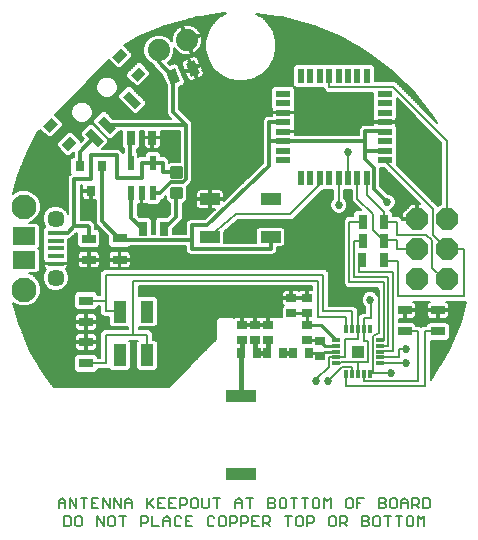
<source format=gtl>
G75*
%MOIN*%
%OFA0B0*%
%FSLAX25Y25*%
%IPPOS*%
%LPD*%
%AMOC8*
5,1,8,0,0,1.08239X$1,22.5*
%
%ADD10C,0.00600*%
%ADD11R,0.05000X0.02200*%
%ADD12R,0.02200X0.05000*%
%ADD13R,0.03150X0.03543*%
%ADD14R,0.06500X0.03937*%
%ADD15R,0.04724X0.03150*%
%ADD16C,0.07400*%
%ADD17R,0.02165X0.04724*%
%ADD18C,0.05709*%
%ADD19R,0.05315X0.01575*%
%ADD20R,0.07480X0.05906*%
%ADD21C,0.08268*%
%ADD22R,0.03150X0.04724*%
%ADD23R,0.10000X0.04000*%
%ADD24R,0.03937X0.03937*%
%ADD25R,0.01181X0.02559*%
%ADD26R,0.02559X0.01181*%
%ADD27OC8,0.07400*%
%ADD28R,0.03937X0.03150*%
%ADD29R,0.02756X0.05906*%
%ADD30R,0.04331X0.07480*%
%ADD31C,0.01181*%
%ADD32R,0.03543X0.02756*%
%ADD33R,0.02756X0.03543*%
%ADD34C,0.02700*%
%ADD35C,0.01200*%
%ADD36C,0.00800*%
%ADD37C,0.01600*%
%ADD38C,0.01000*%
D10*
X0023668Y0008633D02*
X0023668Y0010902D01*
X0024802Y0012036D01*
X0025937Y0010902D01*
X0025937Y0008633D01*
X0027351Y0008633D02*
X0027351Y0012036D01*
X0029620Y0008633D01*
X0029620Y0012036D01*
X0031034Y0012036D02*
X0033303Y0012036D01*
X0032169Y0012036D02*
X0032169Y0008633D01*
X0034718Y0008633D02*
X0036986Y0008633D01*
X0038401Y0008633D02*
X0038401Y0012036D01*
X0040669Y0008633D01*
X0040669Y0012036D01*
X0042084Y0012036D02*
X0044352Y0008633D01*
X0044352Y0012036D01*
X0045767Y0010902D02*
X0046901Y0012036D01*
X0048036Y0010902D01*
X0048036Y0008633D01*
X0048036Y0010335D02*
X0045767Y0010335D01*
X0045767Y0010902D02*
X0045767Y0008633D01*
X0046194Y0006036D02*
X0043925Y0006036D01*
X0045060Y0006036D02*
X0045060Y0002633D01*
X0042511Y0003200D02*
X0042511Y0005469D01*
X0041944Y0006036D01*
X0040809Y0006036D01*
X0040242Y0005469D01*
X0040242Y0003200D01*
X0040809Y0002633D01*
X0041944Y0002633D01*
X0042511Y0003200D01*
X0038828Y0002633D02*
X0038828Y0006036D01*
X0042084Y0008633D02*
X0042084Y0012036D01*
X0036986Y0012036D02*
X0034718Y0012036D01*
X0034718Y0008633D01*
X0034718Y0010335D02*
X0035852Y0010335D01*
X0036559Y0006036D02*
X0038828Y0002633D01*
X0036559Y0002633D02*
X0036559Y0006036D01*
X0031461Y0005469D02*
X0031461Y0003200D01*
X0030894Y0002633D01*
X0029760Y0002633D01*
X0029193Y0003200D01*
X0029193Y0005469D01*
X0029760Y0006036D01*
X0030894Y0006036D01*
X0031461Y0005469D01*
X0027778Y0005469D02*
X0027778Y0003200D01*
X0027211Y0002633D01*
X0025510Y0002633D01*
X0025510Y0006036D01*
X0027211Y0006036D01*
X0027778Y0005469D01*
X0025937Y0010335D02*
X0023668Y0010335D01*
X0051292Y0006036D02*
X0051292Y0002633D01*
X0051292Y0003768D02*
X0052993Y0003768D01*
X0053560Y0004335D01*
X0053560Y0005469D01*
X0052993Y0006036D01*
X0051292Y0006036D01*
X0053133Y0008633D02*
X0053133Y0012036D01*
X0053700Y0010335D02*
X0055402Y0008633D01*
X0056816Y0008633D02*
X0059085Y0008633D01*
X0060500Y0008633D02*
X0062768Y0008633D01*
X0064183Y0008633D02*
X0064183Y0012036D01*
X0065884Y0012036D01*
X0066451Y0011469D01*
X0066451Y0010335D01*
X0065884Y0009768D01*
X0064183Y0009768D01*
X0062768Y0012036D02*
X0060500Y0012036D01*
X0060500Y0008633D01*
X0060500Y0010335D02*
X0061634Y0010335D01*
X0059085Y0012036D02*
X0056816Y0012036D01*
X0056816Y0008633D01*
X0056816Y0010335D02*
X0057951Y0010335D01*
X0055402Y0012036D02*
X0053133Y0009768D01*
X0054975Y0006036D02*
X0054975Y0002633D01*
X0057243Y0002633D01*
X0058658Y0002633D02*
X0058658Y0004902D01*
X0059792Y0006036D01*
X0060927Y0004902D01*
X0060927Y0002633D01*
X0062341Y0003200D02*
X0062908Y0002633D01*
X0064043Y0002633D01*
X0064610Y0003200D01*
X0066024Y0002633D02*
X0068293Y0002633D01*
X0067159Y0004335D02*
X0066024Y0004335D01*
X0066024Y0006036D02*
X0066024Y0002633D01*
X0064610Y0005469D02*
X0064043Y0006036D01*
X0062908Y0006036D01*
X0062341Y0005469D01*
X0062341Y0003200D01*
X0060927Y0004335D02*
X0058658Y0004335D01*
X0066024Y0006036D02*
X0068293Y0006036D01*
X0068433Y0008633D02*
X0069567Y0008633D01*
X0070134Y0009200D01*
X0070134Y0011469D01*
X0069567Y0012036D01*
X0068433Y0012036D01*
X0067866Y0011469D01*
X0067866Y0009200D01*
X0068433Y0008633D01*
X0071549Y0009200D02*
X0071549Y0012036D01*
X0073818Y0012036D02*
X0073818Y0009200D01*
X0073250Y0008633D01*
X0072116Y0008633D01*
X0071549Y0009200D01*
X0073958Y0006036D02*
X0073391Y0005469D01*
X0073391Y0003200D01*
X0073958Y0002633D01*
X0075092Y0002633D01*
X0075659Y0003200D01*
X0077074Y0003200D02*
X0077641Y0002633D01*
X0078775Y0002633D01*
X0079342Y0003200D01*
X0079342Y0005469D01*
X0078775Y0006036D01*
X0077641Y0006036D01*
X0077074Y0005469D01*
X0077074Y0003200D01*
X0075659Y0005469D02*
X0075092Y0006036D01*
X0073958Y0006036D01*
X0076366Y0008633D02*
X0076366Y0012036D01*
X0075232Y0012036D02*
X0077501Y0012036D01*
X0082598Y0010902D02*
X0082598Y0008633D01*
X0082598Y0010335D02*
X0084867Y0010335D01*
X0084867Y0010902D02*
X0083733Y0012036D01*
X0082598Y0010902D01*
X0084867Y0010902D02*
X0084867Y0008633D01*
X0087416Y0008633D02*
X0087416Y0012036D01*
X0086282Y0012036D02*
X0088550Y0012036D01*
X0093648Y0012036D02*
X0093648Y0008633D01*
X0095349Y0008633D01*
X0095916Y0009200D01*
X0095916Y0009768D01*
X0095349Y0010335D01*
X0093648Y0010335D01*
X0093648Y0012036D02*
X0095349Y0012036D01*
X0095916Y0011469D01*
X0095916Y0010902D01*
X0095349Y0010335D01*
X0097331Y0011469D02*
X0097331Y0009200D01*
X0097898Y0008633D01*
X0099032Y0008633D01*
X0099600Y0009200D01*
X0099600Y0011469D01*
X0099032Y0012036D01*
X0097898Y0012036D01*
X0097331Y0011469D01*
X0101014Y0012036D02*
X0103283Y0012036D01*
X0102148Y0012036D02*
X0102148Y0008633D01*
X0101441Y0006036D02*
X0099173Y0006036D01*
X0100307Y0006036D02*
X0100307Y0002633D01*
X0102856Y0003200D02*
X0102856Y0005469D01*
X0103423Y0006036D01*
X0104557Y0006036D01*
X0105124Y0005469D01*
X0105124Y0003200D01*
X0104557Y0002633D01*
X0103423Y0002633D01*
X0102856Y0003200D01*
X0106539Y0002633D02*
X0106539Y0006036D01*
X0108240Y0006036D01*
X0108807Y0005469D01*
X0108807Y0004335D01*
X0108240Y0003768D01*
X0106539Y0003768D01*
X0105832Y0008633D02*
X0105832Y0012036D01*
X0106966Y0012036D02*
X0104697Y0012036D01*
X0108380Y0011469D02*
X0108380Y0009200D01*
X0108948Y0008633D01*
X0110082Y0008633D01*
X0110649Y0009200D01*
X0110649Y0011469D01*
X0110082Y0012036D01*
X0108948Y0012036D01*
X0108380Y0011469D01*
X0112064Y0012036D02*
X0112064Y0008633D01*
X0114332Y0008633D02*
X0114332Y0012036D01*
X0113198Y0010902D01*
X0112064Y0012036D01*
X0114472Y0006036D02*
X0113905Y0005469D01*
X0113905Y0003200D01*
X0114472Y0002633D01*
X0115607Y0002633D01*
X0116174Y0003200D01*
X0116174Y0005469D01*
X0115607Y0006036D01*
X0114472Y0006036D01*
X0117588Y0006036D02*
X0117588Y0002633D01*
X0117588Y0003768D02*
X0119290Y0003768D01*
X0119857Y0004335D01*
X0119857Y0005469D01*
X0119290Y0006036D01*
X0117588Y0006036D01*
X0118723Y0003768D02*
X0119857Y0002633D01*
X0124955Y0002633D02*
X0126656Y0002633D01*
X0127223Y0003200D01*
X0127223Y0003768D01*
X0126656Y0004335D01*
X0124955Y0004335D01*
X0126656Y0004335D02*
X0127223Y0004902D01*
X0127223Y0005469D01*
X0126656Y0006036D01*
X0124955Y0006036D01*
X0124955Y0002633D01*
X0128638Y0003200D02*
X0128638Y0005469D01*
X0129205Y0006036D01*
X0130339Y0006036D01*
X0130906Y0005469D01*
X0130906Y0003200D01*
X0130339Y0002633D01*
X0129205Y0002633D01*
X0128638Y0003200D01*
X0132321Y0006036D02*
X0134589Y0006036D01*
X0133455Y0006036D02*
X0133455Y0002633D01*
X0137138Y0002633D02*
X0137138Y0006036D01*
X0136004Y0006036D02*
X0138273Y0006036D01*
X0139687Y0005469D02*
X0139687Y0003200D01*
X0140254Y0002633D01*
X0141389Y0002633D01*
X0141956Y0003200D01*
X0141956Y0005469D01*
X0141389Y0006036D01*
X0140254Y0006036D01*
X0139687Y0005469D01*
X0140114Y0008633D02*
X0140114Y0010902D01*
X0138980Y0012036D01*
X0137846Y0010902D01*
X0137846Y0008633D01*
X0136431Y0009200D02*
X0136431Y0011469D01*
X0135864Y0012036D01*
X0134730Y0012036D01*
X0134162Y0011469D01*
X0134162Y0009200D01*
X0134730Y0008633D01*
X0135864Y0008633D01*
X0136431Y0009200D01*
X0137846Y0010335D02*
X0140114Y0010335D01*
X0141529Y0009768D02*
X0143230Y0009768D01*
X0143797Y0010335D01*
X0143797Y0011469D01*
X0143230Y0012036D01*
X0141529Y0012036D01*
X0141529Y0008633D01*
X0142663Y0009768D02*
X0143797Y0008633D01*
X0145212Y0008633D02*
X0146913Y0008633D01*
X0147480Y0009200D01*
X0147480Y0011469D01*
X0146913Y0012036D01*
X0145212Y0012036D01*
X0145212Y0008633D01*
X0145639Y0006036D02*
X0145639Y0002633D01*
X0143370Y0002633D02*
X0143370Y0006036D01*
X0144505Y0004902D01*
X0145639Y0006036D01*
X0132748Y0009200D02*
X0132181Y0008633D01*
X0130479Y0008633D01*
X0130479Y0012036D01*
X0132181Y0012036D01*
X0132748Y0011469D01*
X0132748Y0010902D01*
X0132181Y0010335D01*
X0130479Y0010335D01*
X0132181Y0010335D02*
X0132748Y0009768D01*
X0132748Y0009200D01*
X0125382Y0012036D02*
X0123113Y0012036D01*
X0123113Y0008633D01*
X0121698Y0009200D02*
X0121698Y0011469D01*
X0121131Y0012036D01*
X0119997Y0012036D01*
X0119430Y0011469D01*
X0119430Y0009200D01*
X0119997Y0008633D01*
X0121131Y0008633D01*
X0121698Y0009200D01*
X0123113Y0010335D02*
X0124247Y0010335D01*
X0094075Y0005469D02*
X0094075Y0004335D01*
X0093508Y0003768D01*
X0091806Y0003768D01*
X0092941Y0003768D02*
X0094075Y0002633D01*
X0091806Y0002633D02*
X0091806Y0006036D01*
X0093508Y0006036D01*
X0094075Y0005469D01*
X0090392Y0006036D02*
X0088123Y0006036D01*
X0088123Y0002633D01*
X0090392Y0002633D01*
X0089257Y0004335D02*
X0088123Y0004335D01*
X0086709Y0004335D02*
X0086709Y0005469D01*
X0086141Y0006036D01*
X0084440Y0006036D01*
X0084440Y0002633D01*
X0084440Y0003768D02*
X0086141Y0003768D01*
X0086709Y0004335D01*
X0083025Y0004335D02*
X0082458Y0003768D01*
X0080757Y0003768D01*
X0080757Y0002633D02*
X0080757Y0006036D01*
X0082458Y0006036D01*
X0083025Y0005469D01*
X0083025Y0004335D01*
X0060466Y0048949D02*
X0022227Y0048932D01*
X0019458Y0052444D01*
X0014286Y0061193D01*
X0010328Y0070553D01*
X0008522Y0077176D01*
X0008950Y0076748D01*
X0011020Y0075890D01*
X0013262Y0075890D01*
X0015332Y0076748D01*
X0016917Y0078333D01*
X0017775Y0080404D01*
X0017775Y0082645D01*
X0016917Y0084716D01*
X0015332Y0086300D01*
X0013857Y0086911D01*
X0016462Y0086911D01*
X0017340Y0087790D01*
X0017340Y0094938D01*
X0016977Y0095301D01*
X0017340Y0095664D01*
X0017340Y0102812D01*
X0016462Y0103691D01*
X0013769Y0103691D01*
X0015286Y0104319D01*
X0016871Y0105904D01*
X0017729Y0107975D01*
X0017729Y0110216D01*
X0016871Y0112287D01*
X0015286Y0113872D01*
X0013216Y0114729D01*
X0010974Y0114729D01*
X0008904Y0113872D01*
X0008457Y0113424D01*
X0010396Y0120462D01*
X0014380Y0129811D01*
X0016725Y0134072D01*
X0017528Y0134874D01*
X0020137Y0132265D01*
X0021379Y0132265D01*
X0025042Y0135928D01*
X0025042Y0137171D01*
X0022433Y0139780D01*
X0040634Y0157981D01*
X0043243Y0155372D01*
X0044486Y0155372D01*
X0048148Y0159034D01*
X0048148Y0160277D01*
X0045539Y0162886D01*
X0045860Y0163207D01*
X0050071Y0165547D01*
X0059316Y0169519D01*
X0069012Y0172208D01*
X0078982Y0173565D01*
X0079499Y0173565D01*
X0077174Y0172223D01*
X0074977Y0170026D01*
X0073424Y0167335D01*
X0072620Y0164334D01*
X0072620Y0161227D01*
X0073424Y0158226D01*
X0074977Y0155535D01*
X0077174Y0153338D01*
X0079865Y0151784D01*
X0082866Y0150980D01*
X0085973Y0150980D01*
X0088974Y0151784D01*
X0091665Y0153338D01*
X0093862Y0155535D01*
X0095415Y0158226D01*
X0096220Y0161227D01*
X0096220Y0164334D01*
X0095415Y0167335D01*
X0093862Y0170026D01*
X0091665Y0172223D01*
X0089431Y0173512D01*
X0099014Y0172208D01*
X0108710Y0169519D01*
X0117955Y0165547D01*
X0121691Y0163471D01*
X0121692Y0163468D01*
X0122385Y0163084D01*
X0123064Y0162676D01*
X0123067Y0162677D01*
X0126798Y0160444D01*
X0134992Y0154352D01*
X0142305Y0147228D01*
X0148609Y0139196D01*
X0149854Y0137083D01*
X0136005Y0150932D01*
X0129064Y0150932D01*
X0129064Y0155757D01*
X0128186Y0156636D01*
X0102696Y0156636D01*
X0101817Y0155757D01*
X0101817Y0149515D01*
X0102696Y0148636D01*
X0112018Y0148636D01*
X0112018Y0148245D01*
X0113131Y0147132D01*
X0128341Y0147132D01*
X0128341Y0138739D01*
X0128541Y0138539D01*
X0128541Y0137561D01*
X0132091Y0137561D01*
X0132091Y0137061D01*
X0128541Y0137061D01*
X0128541Y0136432D01*
X0125842Y0136432D01*
X0124975Y0136432D01*
X0124975Y0136432D01*
X0124974Y0136432D01*
X0124351Y0135809D01*
X0123744Y0135203D01*
X0123744Y0135202D01*
X0123744Y0135202D01*
X0123744Y0134333D01*
X0123743Y0133055D01*
X0102341Y0133055D01*
X0102341Y0133911D01*
X0098791Y0133911D01*
X0098791Y0134411D01*
X0102341Y0134411D01*
X0102341Y0135390D01*
X0102541Y0135590D01*
X0102541Y0139032D01*
X0102341Y0139232D01*
X0102341Y0140211D01*
X0098791Y0140211D01*
X0098791Y0140711D01*
X0102341Y0140711D01*
X0102341Y0141689D01*
X0102541Y0141889D01*
X0102541Y0148481D01*
X0101662Y0149360D01*
X0095419Y0149360D01*
X0094541Y0148481D01*
X0094541Y0141889D01*
X0094741Y0141689D01*
X0094741Y0140711D01*
X0098291Y0140711D01*
X0098291Y0140211D01*
X0094741Y0140211D01*
X0094741Y0139355D01*
X0092904Y0139355D01*
X0091674Y0138124D01*
X0091674Y0131036D01*
X0091673Y0131035D01*
X0091674Y0130160D01*
X0091674Y0129297D01*
X0091674Y0129296D01*
X0091678Y0123580D01*
X0078664Y0111068D01*
X0078664Y0111333D01*
X0074415Y0111333D01*
X0074415Y0111933D01*
X0078664Y0111933D01*
X0078664Y0113773D01*
X0078576Y0114104D01*
X0078405Y0114400D01*
X0078163Y0114642D01*
X0077866Y0114813D01*
X0077536Y0114902D01*
X0074414Y0114902D01*
X0074414Y0111933D01*
X0073814Y0111933D01*
X0073814Y0111333D01*
X0069564Y0111333D01*
X0069564Y0109494D01*
X0069653Y0109163D01*
X0069824Y0108867D01*
X0070066Y0108625D01*
X0070363Y0108453D01*
X0070693Y0108365D01*
X0073814Y0108365D01*
X0073814Y0111333D01*
X0074414Y0111333D01*
X0074414Y0108365D01*
X0075853Y0108365D01*
X0072478Y0105119D01*
X0067395Y0105119D01*
X0066165Y0103889D01*
X0066165Y0100132D01*
X0061891Y0100132D01*
X0061891Y0101835D01*
X0065018Y0104962D01*
X0065018Y0110176D01*
X0065257Y0110176D01*
X0066482Y0111401D01*
X0066482Y0115726D01*
X0067088Y0116332D01*
X0068318Y0117562D01*
X0068318Y0137302D01*
X0063942Y0141678D01*
X0063942Y0149199D01*
X0065349Y0149782D01*
X0065824Y0150930D01*
X0063541Y0156443D01*
X0062393Y0156918D01*
X0060986Y0156335D01*
X0060232Y0157089D01*
X0061503Y0158360D01*
X0062295Y0160271D01*
X0062295Y0162004D01*
X0062672Y0161485D01*
X0063228Y0160928D01*
X0063865Y0160466D01*
X0064566Y0160109D01*
X0065315Y0159865D01*
X0066092Y0159742D01*
X0066879Y0159742D01*
X0067656Y0159865D01*
X0067919Y0159951D01*
X0066307Y0164357D01*
X0066870Y0164564D01*
X0066664Y0165127D01*
X0066101Y0164921D01*
X0064485Y0169335D01*
X0063865Y0169019D01*
X0063228Y0168556D01*
X0062672Y0168000D01*
X0062209Y0167363D01*
X0061852Y0166662D01*
X0061609Y0165913D01*
X0061486Y0165136D01*
X0061486Y0164349D01*
X0061501Y0164254D01*
X0060040Y0165714D01*
X0058129Y0166506D01*
X0056060Y0166506D01*
X0054149Y0165714D01*
X0052686Y0164251D01*
X0051895Y0162340D01*
X0051895Y0160271D01*
X0052686Y0158360D01*
X0054149Y0156897D01*
X0054995Y0156547D01*
X0054995Y0156387D01*
X0056225Y0155157D01*
X0058260Y0153121D01*
X0059742Y0149544D01*
X0059742Y0139938D01*
X0060972Y0138708D01*
X0061148Y0138532D01*
X0041776Y0138532D01*
X0039336Y0140972D01*
X0038093Y0140972D01*
X0035265Y0138145D01*
X0035265Y0136902D01*
X0040320Y0131848D01*
X0041563Y0131848D01*
X0044046Y0134332D01*
X0044790Y0134332D01*
X0044790Y0129204D01*
X0045518Y0128477D01*
X0045518Y0127280D01*
X0045168Y0126930D01*
X0045168Y0127101D01*
X0043938Y0128331D01*
X0038046Y0128331D01*
X0040214Y0130499D01*
X0040214Y0131742D01*
X0035160Y0136797D01*
X0033917Y0136797D01*
X0031090Y0133969D01*
X0031090Y0132727D01*
X0029486Y0132727D01*
X0030084Y0132128D02*
X0031688Y0132128D01*
X0032116Y0131700D02*
X0031090Y0132727D01*
X0031090Y0133325D02*
X0028887Y0133325D01*
X0028289Y0133924D02*
X0031090Y0133924D01*
X0031643Y0134522D02*
X0023636Y0134522D01*
X0023038Y0133924D02*
X0026590Y0133924D01*
X0026818Y0134152D02*
X0023156Y0130489D01*
X0023156Y0129247D01*
X0026261Y0126141D01*
X0027504Y0126141D01*
X0028718Y0127355D01*
X0028718Y0125857D01*
X0028511Y0125857D01*
X0027633Y0124978D01*
X0027633Y0120192D01*
X0027696Y0120128D01*
X0026795Y0119227D01*
X0026795Y0106709D01*
X0026422Y0107610D01*
X0025197Y0108835D01*
X0023596Y0109498D01*
X0021864Y0109498D01*
X0020264Y0108835D01*
X0019039Y0107610D01*
X0018376Y0106010D01*
X0018376Y0104277D01*
X0019039Y0102677D01*
X0019230Y0102486D01*
X0018573Y0101828D01*
X0018573Y0091333D01*
X0018773Y0091133D01*
X0018773Y0090277D01*
X0022636Y0090277D01*
X0022636Y0090089D01*
X0018773Y0090089D01*
X0018773Y0089224D01*
X0018861Y0088894D01*
X0019032Y0088597D01*
X0019274Y0088355D01*
X0019398Y0088284D01*
X0019039Y0087925D01*
X0018376Y0086325D01*
X0018376Y0084592D01*
X0019039Y0082992D01*
X0020264Y0081767D01*
X0021864Y0081104D01*
X0023596Y0081104D01*
X0025197Y0081767D01*
X0026422Y0082992D01*
X0027084Y0084592D01*
X0027084Y0086325D01*
X0026422Y0087925D01*
X0026062Y0088284D01*
X0026186Y0088355D01*
X0026428Y0088597D01*
X0026599Y0088894D01*
X0026688Y0089224D01*
X0026688Y0090089D01*
X0022824Y0090089D01*
X0022824Y0090277D01*
X0026688Y0090277D01*
X0026688Y0091133D01*
X0026888Y0091333D01*
X0026888Y0098319D01*
X0027575Y0098319D01*
X0028805Y0099549D01*
X0029765Y0100509D01*
X0029888Y0100509D01*
X0029888Y0096346D01*
X0030767Y0095467D01*
X0036734Y0095467D01*
X0037613Y0096346D01*
X0037613Y0100738D01*
X0036734Y0101617D01*
X0035850Y0101617D01*
X0035850Y0103348D01*
X0034620Y0104578D01*
X0034489Y0104709D01*
X0030995Y0104709D01*
X0030995Y0116257D01*
X0031573Y0116257D01*
X0031573Y0114617D01*
X0034147Y0114617D01*
X0034147Y0114017D01*
X0031573Y0114017D01*
X0031573Y0112375D01*
X0031661Y0112044D01*
X0031832Y0111747D01*
X0032074Y0111505D01*
X0032371Y0111334D01*
X0032702Y0111246D01*
X0034147Y0111246D01*
X0034147Y0114017D01*
X0034747Y0114017D01*
X0034747Y0111246D01*
X0036145Y0111246D01*
X0036145Y0103412D01*
X0040143Y0099415D01*
X0040143Y0096356D01*
X0041021Y0095477D01*
X0046988Y0095477D01*
X0047443Y0095932D01*
X0066165Y0095932D01*
X0066165Y0094181D01*
X0067395Y0092951D01*
X0095276Y0092951D01*
X0096506Y0094181D01*
X0096506Y0095566D01*
X0098277Y0095566D01*
X0099156Y0096445D01*
X0099156Y0101625D01*
X0098277Y0102503D01*
X0090534Y0102503D01*
X0089656Y0101625D01*
X0089656Y0097151D01*
X0078864Y0097151D01*
X0078864Y0100645D01*
X0083630Y0104756D01*
X0101729Y0104756D01*
X0102842Y0105869D01*
X0111809Y0114836D01*
X0115115Y0114836D01*
X0115115Y0111758D01*
X0114668Y0111310D01*
X0114234Y0110262D01*
X0114234Y0109129D01*
X0114668Y0108081D01*
X0115470Y0107279D01*
X0116517Y0106846D01*
X0117651Y0106846D01*
X0118698Y0107279D01*
X0119500Y0108081D01*
X0119934Y0109129D01*
X0119934Y0110262D01*
X0119500Y0111310D01*
X0118915Y0111895D01*
X0118915Y0114836D01*
X0121415Y0114836D01*
X0121415Y0110946D01*
X0124419Y0107941D01*
X0122834Y0107941D01*
X0121955Y0107062D01*
X0121955Y0105979D01*
X0119840Y0105979D01*
X0118727Y0104866D01*
X0118727Y0083318D01*
X0119840Y0082205D01*
X0130145Y0082205D01*
X0130145Y0079227D01*
X0129931Y0079742D01*
X0129130Y0080544D01*
X0128082Y0080978D01*
X0126948Y0080978D01*
X0125901Y0080544D01*
X0125099Y0079742D01*
X0124665Y0078694D01*
X0124665Y0077561D01*
X0125099Y0076513D01*
X0125814Y0075798D01*
X0125814Y0073800D01*
X0124683Y0073800D01*
X0123570Y0072687D01*
X0123570Y0070932D01*
X0123502Y0070932D01*
X0123502Y0070375D01*
X0123502Y0070375D01*
X0123502Y0070375D01*
X0123502Y0070932D01*
X0123433Y0070932D01*
X0123433Y0075049D01*
X0122320Y0076162D01*
X0113866Y0076162D01*
X0113866Y0087254D01*
X0112753Y0088367D01*
X0038738Y0088367D01*
X0037625Y0087254D01*
X0037625Y0079706D01*
X0036694Y0079706D01*
X0036694Y0080002D01*
X0035816Y0080881D01*
X0029848Y0080881D01*
X0028970Y0080002D01*
X0028970Y0078875D01*
X0028729Y0078634D01*
X0028729Y0076977D01*
X0028970Y0076737D01*
X0028970Y0075610D01*
X0029848Y0074731D01*
X0035816Y0074731D01*
X0036694Y0075610D01*
X0036694Y0075906D01*
X0037625Y0075906D01*
X0037625Y0073475D01*
X0038738Y0072362D01*
X0040402Y0072362D01*
X0040402Y0069783D01*
X0041281Y0068904D01*
X0046680Y0068904D01*
X0046680Y0068288D01*
X0038738Y0068288D01*
X0037625Y0067175D01*
X0037625Y0058840D01*
X0036694Y0058840D01*
X0036694Y0059136D01*
X0035816Y0060014D01*
X0029848Y0060014D01*
X0028970Y0059136D01*
X0028970Y0058065D01*
X0028673Y0057768D01*
X0028673Y0056111D01*
X0028970Y0055814D01*
X0028970Y0054743D01*
X0029848Y0053865D01*
X0035816Y0053865D01*
X0036694Y0054743D01*
X0036694Y0055040D01*
X0040312Y0055040D01*
X0040445Y0055173D01*
X0041281Y0054337D01*
X0046854Y0054337D01*
X0047733Y0055216D01*
X0047733Y0063939D01*
X0047183Y0064488D01*
X0050007Y0064488D01*
X0049457Y0063939D01*
X0049457Y0055216D01*
X0050336Y0054337D01*
X0055909Y0054337D01*
X0056788Y0055216D01*
X0056788Y0063939D01*
X0055909Y0064817D01*
X0055022Y0064817D01*
X0055022Y0067175D01*
X0053909Y0068288D01*
X0050480Y0068288D01*
X0050480Y0068904D01*
X0055909Y0068904D01*
X0056788Y0069783D01*
X0056788Y0078506D01*
X0055909Y0079384D01*
X0050480Y0079384D01*
X0050480Y0082599D01*
X0108097Y0082599D01*
X0108097Y0081342D01*
X0106715Y0081342D01*
X0106715Y0078964D01*
X0106115Y0078964D01*
X0106115Y0081342D01*
X0104472Y0081342D01*
X0104141Y0081253D01*
X0103857Y0081089D01*
X0103566Y0081257D01*
X0103235Y0081346D01*
X0101593Y0081346D01*
X0101593Y0078968D01*
X0103343Y0078968D01*
X0103343Y0078964D01*
X0106115Y0078964D01*
X0106115Y0078364D01*
X0104364Y0078364D01*
X0104364Y0078368D01*
X0101593Y0078368D01*
X0101593Y0078968D01*
X0100993Y0078968D01*
X0100993Y0081346D01*
X0099350Y0081346D01*
X0099019Y0081257D01*
X0098723Y0081086D01*
X0098481Y0080844D01*
X0098310Y0080548D01*
X0098221Y0080217D01*
X0098221Y0078968D01*
X0100993Y0078968D01*
X0100993Y0078368D01*
X0098221Y0078368D01*
X0098221Y0077119D01*
X0098310Y0076788D01*
X0098481Y0076492D01*
X0098722Y0076250D01*
X0098021Y0075549D01*
X0098021Y0072219D01*
X0095917Y0072219D01*
X0095735Y0072324D01*
X0095405Y0072413D01*
X0093762Y0072413D01*
X0093762Y0070035D01*
X0093162Y0070035D01*
X0093162Y0072413D01*
X0091519Y0072413D01*
X0091297Y0072353D01*
X0091074Y0072413D01*
X0089431Y0072413D01*
X0089431Y0070035D01*
X0088831Y0070035D01*
X0087872Y0070035D01*
X0085101Y0070035D01*
X0085101Y0069435D01*
X0088831Y0069435D01*
X0088831Y0070035D01*
X0088831Y0072413D01*
X0087188Y0072413D01*
X0086966Y0072353D01*
X0086743Y0072413D01*
X0085100Y0072413D01*
X0085100Y0070035D01*
X0084500Y0070035D01*
X0084500Y0072413D01*
X0082858Y0072413D01*
X0082527Y0072324D01*
X0082299Y0072192D01*
X0082272Y0072219D01*
X0077093Y0072219D01*
X0076214Y0071340D01*
X0076214Y0065041D01*
X0061345Y0050172D01*
X0060466Y0049293D01*
X0060466Y0048949D01*
X0060706Y0049534D02*
X0021753Y0049534D01*
X0021281Y0050132D02*
X0061305Y0050132D01*
X0061903Y0050731D02*
X0020809Y0050731D01*
X0020337Y0051329D02*
X0062502Y0051329D01*
X0063100Y0051928D02*
X0019865Y0051928D01*
X0019409Y0052526D02*
X0063699Y0052526D01*
X0064297Y0053125D02*
X0019056Y0053125D01*
X0018702Y0053723D02*
X0064896Y0053723D01*
X0065494Y0054322D02*
X0036273Y0054322D01*
X0036694Y0054920D02*
X0040697Y0054920D01*
X0037625Y0059110D02*
X0036694Y0059110D01*
X0036121Y0059708D02*
X0037625Y0059708D01*
X0037625Y0060307D02*
X0014810Y0060307D01*
X0014456Y0060905D02*
X0037625Y0060905D01*
X0037625Y0061504D02*
X0036085Y0061504D01*
X0035992Y0061411D02*
X0036234Y0061653D01*
X0036406Y0061950D01*
X0036494Y0062280D01*
X0036494Y0063726D01*
X0033132Y0063726D01*
X0033132Y0061151D01*
X0035365Y0061151D01*
X0035696Y0061240D01*
X0035992Y0061411D01*
X0036447Y0062102D02*
X0037625Y0062102D01*
X0037625Y0062701D02*
X0036494Y0062701D01*
X0036494Y0063300D02*
X0037625Y0063300D01*
X0037625Y0063898D02*
X0033132Y0063898D01*
X0033132Y0063726D02*
X0033132Y0064326D01*
X0036494Y0064326D01*
X0036494Y0065772D01*
X0036406Y0066103D01*
X0036234Y0066399D01*
X0035992Y0066641D01*
X0035696Y0066812D01*
X0035365Y0066901D01*
X0033132Y0066901D01*
X0033132Y0064326D01*
X0032532Y0064326D01*
X0032532Y0063726D01*
X0033132Y0063726D01*
X0033132Y0063300D02*
X0032532Y0063300D01*
X0032532Y0063726D02*
X0032532Y0061151D01*
X0030299Y0061151D01*
X0029968Y0061240D01*
X0029672Y0061411D01*
X0029430Y0061653D01*
X0029258Y0061950D01*
X0029170Y0062280D01*
X0029170Y0063726D01*
X0032532Y0063726D01*
X0032532Y0063898D02*
X0013143Y0063898D01*
X0013396Y0063300D02*
X0029170Y0063300D01*
X0029170Y0062701D02*
X0013649Y0062701D01*
X0013902Y0062102D02*
X0029217Y0062102D01*
X0029579Y0061504D02*
X0014155Y0061504D01*
X0015164Y0059708D02*
X0029542Y0059708D01*
X0028970Y0059110D02*
X0015518Y0059110D01*
X0015872Y0058511D02*
X0028970Y0058511D01*
X0028818Y0057913D02*
X0016225Y0057913D01*
X0016579Y0057314D02*
X0028673Y0057314D01*
X0028673Y0056716D02*
X0016933Y0056716D01*
X0017287Y0056117D02*
X0028673Y0056117D01*
X0028970Y0055519D02*
X0017641Y0055519D01*
X0017994Y0054920D02*
X0028970Y0054920D01*
X0029391Y0054322D02*
X0018348Y0054322D01*
X0022225Y0048935D02*
X0028671Y0048935D01*
X0032532Y0061504D02*
X0033132Y0061504D01*
X0033132Y0062102D02*
X0032532Y0062102D01*
X0032532Y0062701D02*
X0033132Y0062701D01*
X0032532Y0064326D02*
X0029170Y0064326D01*
X0029170Y0065772D01*
X0029258Y0066103D01*
X0029430Y0066399D01*
X0029672Y0066641D01*
X0029968Y0066812D01*
X0030299Y0066901D01*
X0032532Y0066901D01*
X0032532Y0064326D01*
X0032532Y0064497D02*
X0033132Y0064497D01*
X0033132Y0065095D02*
X0032532Y0065095D01*
X0032532Y0065694D02*
X0033132Y0065694D01*
X0033132Y0066292D02*
X0032532Y0066292D01*
X0032532Y0066891D02*
X0033132Y0066891D01*
X0033132Y0067844D02*
X0035365Y0067844D01*
X0035696Y0067933D01*
X0035992Y0068104D01*
X0036234Y0068346D01*
X0036406Y0068643D01*
X0036494Y0068973D01*
X0036494Y0070419D01*
X0033132Y0070419D01*
X0033132Y0067844D01*
X0033132Y0068088D02*
X0032532Y0068088D01*
X0032532Y0067844D02*
X0032532Y0070419D01*
X0033132Y0070419D01*
X0033132Y0071019D01*
X0036494Y0071019D01*
X0036494Y0072465D01*
X0036406Y0072796D01*
X0036234Y0073092D01*
X0035992Y0073334D01*
X0035696Y0073505D01*
X0035365Y0073594D01*
X0033132Y0073594D01*
X0033132Y0071019D01*
X0032532Y0071019D01*
X0032532Y0070419D01*
X0029170Y0070419D01*
X0029170Y0068973D01*
X0029258Y0068643D01*
X0029430Y0068346D01*
X0029672Y0068104D01*
X0029968Y0067933D01*
X0030299Y0067844D01*
X0032532Y0067844D01*
X0032532Y0068686D02*
X0033132Y0068686D01*
X0033132Y0069285D02*
X0032532Y0069285D01*
X0032532Y0069883D02*
X0033132Y0069883D01*
X0033132Y0070482D02*
X0040402Y0070482D01*
X0040402Y0071080D02*
X0036494Y0071080D01*
X0036494Y0071679D02*
X0040402Y0071679D01*
X0040402Y0072277D02*
X0036494Y0072277D01*
X0036359Y0072876D02*
X0038225Y0072876D01*
X0037626Y0073474D02*
X0035750Y0073474D01*
X0036354Y0075270D02*
X0037625Y0075270D01*
X0037625Y0075868D02*
X0036694Y0075868D01*
X0037625Y0074671D02*
X0009205Y0074671D01*
X0009368Y0074073D02*
X0037625Y0074073D01*
X0036494Y0069883D02*
X0040402Y0069883D01*
X0040900Y0069285D02*
X0036494Y0069285D01*
X0036417Y0068686D02*
X0046680Y0068686D01*
X0050480Y0068686D02*
X0076214Y0068686D01*
X0076214Y0068088D02*
X0054110Y0068088D01*
X0054709Y0067489D02*
X0076214Y0067489D01*
X0076214Y0066891D02*
X0055022Y0066891D01*
X0055022Y0066292D02*
X0076214Y0066292D01*
X0076214Y0065694D02*
X0055022Y0065694D01*
X0055022Y0065095D02*
X0076214Y0065095D01*
X0075669Y0064497D02*
X0056230Y0064497D01*
X0056788Y0063898D02*
X0075071Y0063898D01*
X0074472Y0063300D02*
X0056788Y0063300D01*
X0056788Y0062701D02*
X0073874Y0062701D01*
X0073275Y0062102D02*
X0056788Y0062102D01*
X0056788Y0061504D02*
X0072677Y0061504D01*
X0072078Y0060905D02*
X0056788Y0060905D01*
X0056788Y0060307D02*
X0071480Y0060307D01*
X0070881Y0059708D02*
X0056788Y0059708D01*
X0056788Y0059110D02*
X0070283Y0059110D01*
X0069684Y0058511D02*
X0056788Y0058511D01*
X0056788Y0057913D02*
X0069086Y0057913D01*
X0068487Y0057314D02*
X0056788Y0057314D01*
X0056788Y0056716D02*
X0067888Y0056716D01*
X0067290Y0056117D02*
X0056788Y0056117D01*
X0056788Y0055519D02*
X0066691Y0055519D01*
X0066093Y0054920D02*
X0056492Y0054920D01*
X0049752Y0054920D02*
X0047437Y0054920D01*
X0047733Y0055519D02*
X0049457Y0055519D01*
X0049457Y0056117D02*
X0047733Y0056117D01*
X0047733Y0056716D02*
X0049457Y0056716D01*
X0049457Y0057314D02*
X0047733Y0057314D01*
X0047733Y0057913D02*
X0049457Y0057913D01*
X0049457Y0058511D02*
X0047733Y0058511D01*
X0047733Y0059110D02*
X0049457Y0059110D01*
X0049457Y0059708D02*
X0047733Y0059708D01*
X0047733Y0060307D02*
X0049457Y0060307D01*
X0049457Y0060905D02*
X0047733Y0060905D01*
X0047733Y0061504D02*
X0049457Y0061504D01*
X0049457Y0062102D02*
X0047733Y0062102D01*
X0047733Y0062701D02*
X0049457Y0062701D01*
X0049457Y0063300D02*
X0047733Y0063300D01*
X0047733Y0063898D02*
X0049457Y0063898D01*
X0056290Y0069285D02*
X0076214Y0069285D01*
X0076214Y0069883D02*
X0056788Y0069883D01*
X0056788Y0070482D02*
X0076214Y0070482D01*
X0076214Y0071080D02*
X0056788Y0071080D01*
X0056788Y0071679D02*
X0076552Y0071679D01*
X0082446Y0072277D02*
X0056788Y0072277D01*
X0056788Y0072876D02*
X0098021Y0072876D01*
X0098021Y0073474D02*
X0056788Y0073474D01*
X0056788Y0074073D02*
X0098021Y0074073D01*
X0098021Y0074671D02*
X0056788Y0074671D01*
X0056788Y0075270D02*
X0098021Y0075270D01*
X0098340Y0075868D02*
X0056788Y0075868D01*
X0056788Y0076467D02*
X0098506Y0076467D01*
X0098235Y0077065D02*
X0056788Y0077065D01*
X0056788Y0077664D02*
X0098221Y0077664D01*
X0098221Y0078262D02*
X0056788Y0078262D01*
X0056433Y0078861D02*
X0100993Y0078861D01*
X0100993Y0079459D02*
X0101593Y0079459D01*
X0101593Y0078861D02*
X0106115Y0078861D01*
X0106115Y0079459D02*
X0106715Y0079459D01*
X0106715Y0080058D02*
X0106115Y0080058D01*
X0106115Y0080656D02*
X0106715Y0080656D01*
X0106715Y0081255D02*
X0106115Y0081255D01*
X0108097Y0081853D02*
X0050480Y0081853D01*
X0050480Y0081255D02*
X0099015Y0081255D01*
X0098372Y0080656D02*
X0050480Y0080656D01*
X0050480Y0080058D02*
X0098221Y0080058D01*
X0098221Y0079459D02*
X0050480Y0079459D01*
X0050480Y0082452D02*
X0108097Y0082452D01*
X0104148Y0081255D02*
X0103570Y0081255D01*
X0101593Y0081255D02*
X0100993Y0081255D01*
X0100993Y0080656D02*
X0101593Y0080656D01*
X0101593Y0080058D02*
X0100993Y0080058D01*
X0098021Y0072277D02*
X0095817Y0072277D01*
X0093762Y0072277D02*
X0093162Y0072277D01*
X0093162Y0071679D02*
X0093762Y0071679D01*
X0093762Y0071080D02*
X0093162Y0071080D01*
X0093162Y0070482D02*
X0093762Y0070482D01*
X0093162Y0070035D02*
X0093162Y0069435D01*
X0089431Y0069435D01*
X0089431Y0070035D01*
X0090390Y0070035D01*
X0093162Y0070035D01*
X0093162Y0069883D02*
X0089431Y0069883D01*
X0089431Y0070482D02*
X0088831Y0070482D01*
X0088831Y0071080D02*
X0089431Y0071080D01*
X0089431Y0071679D02*
X0088831Y0071679D01*
X0088831Y0072277D02*
X0089431Y0072277D01*
X0088831Y0069883D02*
X0085101Y0069883D01*
X0085100Y0070482D02*
X0084500Y0070482D01*
X0084500Y0071080D02*
X0085100Y0071080D01*
X0085100Y0071679D02*
X0084500Y0071679D01*
X0084500Y0072277D02*
X0085100Y0072277D01*
X0095550Y0093225D02*
X0118727Y0093225D01*
X0118727Y0092627D02*
X0047667Y0092627D01*
X0047667Y0093211D02*
X0047579Y0093542D01*
X0047407Y0093838D01*
X0047165Y0094080D01*
X0046869Y0094251D01*
X0046538Y0094340D01*
X0044305Y0094340D01*
X0044305Y0091765D01*
X0047667Y0091765D01*
X0047667Y0093211D01*
X0047663Y0093225D02*
X0067121Y0093225D01*
X0066522Y0093824D02*
X0047416Y0093824D01*
X0047667Y0092028D02*
X0118727Y0092028D01*
X0118727Y0091430D02*
X0044305Y0091430D01*
X0044305Y0091165D02*
X0044305Y0091765D01*
X0043705Y0091765D01*
X0043705Y0091165D01*
X0044305Y0091165D01*
X0044305Y0088590D01*
X0046538Y0088590D01*
X0046869Y0088679D01*
X0047165Y0088850D01*
X0047407Y0089092D01*
X0047579Y0089389D01*
X0047667Y0089719D01*
X0047667Y0091165D01*
X0044305Y0091165D01*
X0044305Y0090831D02*
X0043705Y0090831D01*
X0043705Y0091165D02*
X0043705Y0088590D01*
X0041472Y0088590D01*
X0041141Y0088679D01*
X0040845Y0088850D01*
X0040602Y0089092D01*
X0040431Y0089389D01*
X0040343Y0089719D01*
X0040343Y0091165D01*
X0043705Y0091165D01*
X0043705Y0091430D02*
X0034050Y0091430D01*
X0034050Y0091156D02*
X0034050Y0091756D01*
X0033450Y0091756D01*
X0033450Y0094330D01*
X0031217Y0094330D01*
X0030886Y0094242D01*
X0030590Y0094071D01*
X0030348Y0093829D01*
X0030177Y0093532D01*
X0030088Y0093202D01*
X0030088Y0091756D01*
X0033450Y0091756D01*
X0033450Y0091156D01*
X0030088Y0091156D01*
X0030088Y0089710D01*
X0030177Y0089379D01*
X0030348Y0089083D01*
X0030590Y0088841D01*
X0030886Y0088669D01*
X0031217Y0088581D01*
X0033450Y0088581D01*
X0033450Y0091156D01*
X0034050Y0091156D01*
X0037413Y0091156D01*
X0037413Y0089710D01*
X0037324Y0089379D01*
X0037153Y0089083D01*
X0036911Y0088841D01*
X0036614Y0088669D01*
X0036284Y0088581D01*
X0034050Y0088581D01*
X0034050Y0091156D01*
X0034050Y0090831D02*
X0033450Y0090831D01*
X0033450Y0090233D02*
X0034050Y0090233D01*
X0034050Y0089634D02*
X0033450Y0089634D01*
X0033450Y0089036D02*
X0034050Y0089036D01*
X0033450Y0091430D02*
X0026888Y0091430D01*
X0026888Y0092028D02*
X0030088Y0092028D01*
X0030088Y0092627D02*
X0026888Y0092627D01*
X0026888Y0093225D02*
X0030095Y0093225D01*
X0030345Y0093824D02*
X0026888Y0093824D01*
X0026888Y0094422D02*
X0066165Y0094422D01*
X0066165Y0095021D02*
X0026888Y0095021D01*
X0026888Y0095619D02*
X0030615Y0095619D01*
X0030017Y0096218D02*
X0026888Y0096218D01*
X0026888Y0096816D02*
X0029888Y0096816D01*
X0029888Y0097415D02*
X0026888Y0097415D01*
X0026888Y0098013D02*
X0029888Y0098013D01*
X0029888Y0098612D02*
X0027868Y0098612D01*
X0028466Y0099210D02*
X0029888Y0099210D01*
X0029888Y0099809D02*
X0029065Y0099809D01*
X0029663Y0100407D02*
X0029888Y0100407D01*
X0030995Y0105195D02*
X0036145Y0105195D01*
X0036145Y0104597D02*
X0034601Y0104597D01*
X0035200Y0103998D02*
X0036145Y0103998D01*
X0036158Y0103400D02*
X0035798Y0103400D01*
X0035850Y0102801D02*
X0036756Y0102801D01*
X0037355Y0102203D02*
X0035850Y0102203D01*
X0036747Y0101604D02*
X0037953Y0101604D01*
X0038552Y0101006D02*
X0037345Y0101006D01*
X0037613Y0100407D02*
X0039150Y0100407D01*
X0039749Y0099809D02*
X0037613Y0099809D01*
X0037613Y0099210D02*
X0040143Y0099210D01*
X0040143Y0098612D02*
X0037613Y0098612D01*
X0037613Y0098013D02*
X0040143Y0098013D01*
X0040143Y0097415D02*
X0037613Y0097415D01*
X0037613Y0096816D02*
X0040143Y0096816D01*
X0040281Y0096218D02*
X0037484Y0096218D01*
X0036886Y0095619D02*
X0040879Y0095619D01*
X0041141Y0094251D02*
X0040845Y0094080D01*
X0040602Y0093838D01*
X0040431Y0093542D01*
X0040343Y0093211D01*
X0040343Y0091765D01*
X0043705Y0091765D01*
X0043705Y0094340D01*
X0041472Y0094340D01*
X0041141Y0094251D01*
X0040594Y0093824D02*
X0037156Y0093824D01*
X0037153Y0093829D02*
X0036911Y0094071D01*
X0036614Y0094242D01*
X0036284Y0094330D01*
X0034050Y0094330D01*
X0034050Y0091756D01*
X0037413Y0091756D01*
X0037413Y0093202D01*
X0037324Y0093532D01*
X0037153Y0093829D01*
X0037406Y0093225D02*
X0040346Y0093225D01*
X0040343Y0092627D02*
X0037413Y0092627D01*
X0037413Y0092028D02*
X0040343Y0092028D01*
X0040343Y0090831D02*
X0037413Y0090831D01*
X0037413Y0090233D02*
X0040343Y0090233D01*
X0040366Y0089634D02*
X0037392Y0089634D01*
X0037106Y0089036D02*
X0040659Y0089036D01*
X0043705Y0089036D02*
X0044305Y0089036D01*
X0044305Y0089634D02*
X0043705Y0089634D01*
X0043705Y0090233D02*
X0044305Y0090233D01*
X0044305Y0092028D02*
X0043705Y0092028D01*
X0043705Y0092627D02*
X0044305Y0092627D01*
X0044305Y0093225D02*
X0043705Y0093225D01*
X0043705Y0093824D02*
X0044305Y0093824D01*
X0047131Y0095619D02*
X0066165Y0095619D01*
X0066165Y0100407D02*
X0061891Y0100407D01*
X0061891Y0101006D02*
X0066165Y0101006D01*
X0066165Y0101604D02*
X0061891Y0101604D01*
X0062259Y0102203D02*
X0066165Y0102203D01*
X0066165Y0102801D02*
X0062857Y0102801D01*
X0063456Y0103400D02*
X0066165Y0103400D01*
X0066274Y0103998D02*
X0064054Y0103998D01*
X0064653Y0104597D02*
X0066873Y0104597D01*
X0065018Y0105195D02*
X0072557Y0105195D01*
X0073179Y0105794D02*
X0065018Y0105794D01*
X0065018Y0106392D02*
X0073802Y0106392D01*
X0074424Y0106991D02*
X0065018Y0106991D01*
X0065018Y0107589D02*
X0075047Y0107589D01*
X0075669Y0108188D02*
X0065018Y0108188D01*
X0065018Y0108786D02*
X0069904Y0108786D01*
X0069594Y0109385D02*
X0065018Y0109385D01*
X0065018Y0109983D02*
X0069564Y0109983D01*
X0069564Y0110582D02*
X0065663Y0110582D01*
X0066261Y0111180D02*
X0069564Y0111180D01*
X0069564Y0111933D02*
X0073814Y0111933D01*
X0073814Y0114902D01*
X0070693Y0114902D01*
X0070363Y0114813D01*
X0070066Y0114642D01*
X0069824Y0114400D01*
X0069653Y0114104D01*
X0069564Y0113773D01*
X0069564Y0111933D01*
X0069564Y0112377D02*
X0066482Y0112377D01*
X0066482Y0111779D02*
X0073814Y0111779D01*
X0073814Y0112377D02*
X0074414Y0112377D01*
X0074415Y0111779D02*
X0079404Y0111779D01*
X0080026Y0112377D02*
X0078664Y0112377D01*
X0078664Y0112976D02*
X0080649Y0112976D01*
X0081271Y0113574D02*
X0078664Y0113574D01*
X0078536Y0114173D02*
X0081894Y0114173D01*
X0082516Y0114771D02*
X0077939Y0114771D01*
X0074414Y0114771D02*
X0073814Y0114771D01*
X0073814Y0114173D02*
X0074414Y0114173D01*
X0074414Y0113574D02*
X0073814Y0113574D01*
X0073814Y0112976D02*
X0074414Y0112976D01*
X0074414Y0111180D02*
X0073814Y0111180D01*
X0073814Y0110582D02*
X0074414Y0110582D01*
X0074414Y0109983D02*
X0073814Y0109983D01*
X0073814Y0109385D02*
X0074414Y0109385D01*
X0074414Y0108786D02*
X0073814Y0108786D01*
X0069564Y0112976D02*
X0066482Y0112976D01*
X0066482Y0113574D02*
X0069564Y0113574D01*
X0069693Y0114173D02*
X0066482Y0114173D01*
X0066482Y0114771D02*
X0070290Y0114771D01*
X0067921Y0117166D02*
X0085006Y0117166D01*
X0085629Y0117764D02*
X0068318Y0117764D01*
X0068318Y0118363D02*
X0086251Y0118363D01*
X0086874Y0118961D02*
X0068318Y0118961D01*
X0068318Y0119560D02*
X0087496Y0119560D01*
X0088119Y0120158D02*
X0068318Y0120158D01*
X0068318Y0120757D02*
X0088741Y0120757D01*
X0089364Y0121355D02*
X0068318Y0121355D01*
X0068318Y0121954D02*
X0089986Y0121954D01*
X0090608Y0122552D02*
X0068318Y0122552D01*
X0068318Y0123151D02*
X0091231Y0123151D01*
X0091678Y0123749D02*
X0068318Y0123749D01*
X0068318Y0124348D02*
X0091677Y0124348D01*
X0091677Y0124946D02*
X0068318Y0124946D01*
X0068318Y0125545D02*
X0091677Y0125545D01*
X0091676Y0126143D02*
X0068318Y0126143D01*
X0068318Y0126742D02*
X0091676Y0126742D01*
X0091675Y0127340D02*
X0068318Y0127340D01*
X0068318Y0127939D02*
X0091675Y0127939D01*
X0091675Y0128537D02*
X0068318Y0128537D01*
X0068318Y0129136D02*
X0091674Y0129136D01*
X0091674Y0129734D02*
X0068318Y0129734D01*
X0068318Y0130333D02*
X0091673Y0130333D01*
X0091673Y0130931D02*
X0068318Y0130931D01*
X0068318Y0131530D02*
X0091674Y0131530D01*
X0091674Y0132128D02*
X0068318Y0132128D01*
X0068318Y0132727D02*
X0091674Y0132727D01*
X0091674Y0133325D02*
X0068318Y0133325D01*
X0068318Y0133924D02*
X0091674Y0133924D01*
X0091674Y0134522D02*
X0068318Y0134522D01*
X0068318Y0135121D02*
X0091674Y0135121D01*
X0091674Y0135719D02*
X0068318Y0135719D01*
X0068318Y0136318D02*
X0091674Y0136318D01*
X0091674Y0136916D02*
X0068318Y0136916D01*
X0068104Y0137515D02*
X0091674Y0137515D01*
X0091674Y0138113D02*
X0067506Y0138113D01*
X0066907Y0138712D02*
X0092261Y0138712D01*
X0092860Y0139310D02*
X0066309Y0139310D01*
X0065710Y0139909D02*
X0094741Y0139909D01*
X0094741Y0141106D02*
X0064513Y0141106D01*
X0063942Y0141705D02*
X0094725Y0141705D01*
X0094541Y0142303D02*
X0063942Y0142303D01*
X0063942Y0142902D02*
X0094541Y0142902D01*
X0094541Y0143500D02*
X0063942Y0143500D01*
X0063942Y0144099D02*
X0094541Y0144099D01*
X0094541Y0144697D02*
X0063942Y0144697D01*
X0063942Y0145296D02*
X0094541Y0145296D01*
X0094541Y0145894D02*
X0063942Y0145894D01*
X0063942Y0146493D02*
X0094541Y0146493D01*
X0094541Y0147091D02*
X0063942Y0147091D01*
X0063942Y0147690D02*
X0094541Y0147690D01*
X0094541Y0148288D02*
X0063942Y0148288D01*
X0063942Y0148887D02*
X0094946Y0148887D01*
X0091212Y0153076D02*
X0101817Y0153076D01*
X0101817Y0152478D02*
X0090175Y0152478D01*
X0089138Y0151879D02*
X0101817Y0151879D01*
X0101817Y0151281D02*
X0087094Y0151281D01*
X0081745Y0151281D02*
X0068445Y0151281D01*
X0068177Y0151170D02*
X0069513Y0151723D01*
X0068227Y0154829D01*
X0068781Y0155059D01*
X0070068Y0151953D01*
X0071404Y0152506D01*
X0071675Y0152714D01*
X0071883Y0152986D01*
X0072014Y0153302D01*
X0072059Y0153642D01*
X0072014Y0153981D01*
X0071160Y0156044D01*
X0068781Y0155059D01*
X0068551Y0155613D01*
X0067997Y0155384D01*
X0066710Y0158490D01*
X0065375Y0157937D01*
X0065103Y0157728D01*
X0064895Y0157457D01*
X0064764Y0157141D01*
X0064719Y0156801D01*
X0064764Y0156462D01*
X0065618Y0154398D01*
X0067997Y0155384D01*
X0068227Y0154829D01*
X0065848Y0153844D01*
X0066703Y0151781D01*
X0066911Y0151509D01*
X0067182Y0151301D01*
X0067499Y0151170D01*
X0067838Y0151125D01*
X0068177Y0151170D01*
X0067231Y0151281D02*
X0065679Y0151281D01*
X0065722Y0150682D02*
X0101817Y0150682D01*
X0101817Y0150084D02*
X0065474Y0150084D01*
X0064633Y0149485D02*
X0101847Y0149485D01*
X0102135Y0148887D02*
X0102445Y0148887D01*
X0102541Y0148288D02*
X0112018Y0148288D01*
X0112573Y0147690D02*
X0102541Y0147690D01*
X0102541Y0147091D02*
X0128341Y0147091D01*
X0128341Y0146493D02*
X0102541Y0146493D01*
X0102541Y0145894D02*
X0128341Y0145894D01*
X0128341Y0145296D02*
X0102541Y0145296D01*
X0102541Y0144697D02*
X0128341Y0144697D01*
X0128341Y0144099D02*
X0102541Y0144099D01*
X0102541Y0143500D02*
X0128341Y0143500D01*
X0128341Y0142902D02*
X0102541Y0142902D01*
X0102541Y0142303D02*
X0128341Y0142303D01*
X0128341Y0141705D02*
X0102356Y0141705D01*
X0102341Y0141106D02*
X0128341Y0141106D01*
X0128341Y0140507D02*
X0098791Y0140507D01*
X0098291Y0140507D02*
X0065112Y0140507D01*
X0060968Y0138712D02*
X0041596Y0138712D01*
X0040997Y0139310D02*
X0060369Y0139310D01*
X0059771Y0139909D02*
X0040399Y0139909D01*
X0039800Y0140507D02*
X0048364Y0140507D01*
X0048672Y0140200D02*
X0049914Y0140200D01*
X0052742Y0143027D01*
X0052742Y0144270D01*
X0047687Y0149324D01*
X0046445Y0149324D01*
X0043617Y0146497D01*
X0043617Y0145254D01*
X0048672Y0140200D01*
X0047765Y0141106D02*
X0035048Y0141106D01*
X0035048Y0141296D02*
X0034504Y0142609D01*
X0033499Y0143614D01*
X0032187Y0144158D01*
X0030766Y0144158D01*
X0029453Y0143614D01*
X0028448Y0142609D01*
X0027904Y0141296D01*
X0027904Y0139876D01*
X0028448Y0138563D01*
X0029453Y0137558D01*
X0030766Y0137014D01*
X0032187Y0137014D01*
X0033499Y0137558D01*
X0034504Y0138563D01*
X0035048Y0139876D01*
X0035048Y0141296D01*
X0034879Y0141705D02*
X0047167Y0141705D01*
X0046568Y0142303D02*
X0034631Y0142303D01*
X0034212Y0142902D02*
X0045970Y0142902D01*
X0045371Y0143500D02*
X0033613Y0143500D01*
X0032329Y0144099D02*
X0044773Y0144099D01*
X0044174Y0144697D02*
X0027350Y0144697D01*
X0026752Y0144099D02*
X0030623Y0144099D01*
X0029339Y0143500D02*
X0026153Y0143500D01*
X0025555Y0142902D02*
X0028741Y0142902D01*
X0028321Y0142303D02*
X0024956Y0142303D01*
X0024358Y0141705D02*
X0028073Y0141705D01*
X0027904Y0141106D02*
X0023759Y0141106D01*
X0023161Y0140507D02*
X0027904Y0140507D01*
X0027904Y0139909D02*
X0022562Y0139909D01*
X0022902Y0139310D02*
X0028138Y0139310D01*
X0028386Y0138712D02*
X0023501Y0138712D01*
X0024099Y0138113D02*
X0028898Y0138113D01*
X0029557Y0137515D02*
X0024698Y0137515D01*
X0025042Y0136916D02*
X0035265Y0136916D01*
X0035265Y0137515D02*
X0033395Y0137515D01*
X0034055Y0138113D02*
X0035265Y0138113D01*
X0035832Y0138712D02*
X0034566Y0138712D01*
X0034814Y0139310D02*
X0036431Y0139310D01*
X0037029Y0139909D02*
X0035048Y0139909D01*
X0035048Y0140507D02*
X0037628Y0140507D01*
X0039117Y0145366D02*
X0040538Y0145366D01*
X0041851Y0145910D01*
X0042856Y0146914D01*
X0043399Y0148227D01*
X0043399Y0149648D01*
X0042856Y0150961D01*
X0041851Y0151966D01*
X0040538Y0152509D01*
X0039117Y0152509D01*
X0037805Y0151966D01*
X0036800Y0150961D01*
X0036256Y0149648D01*
X0036256Y0148227D01*
X0036800Y0146914D01*
X0037805Y0145910D01*
X0039117Y0145366D01*
X0037842Y0145894D02*
X0028547Y0145894D01*
X0027949Y0145296D02*
X0043617Y0145296D01*
X0043617Y0145894D02*
X0041813Y0145894D01*
X0042434Y0146493D02*
X0043617Y0146493D01*
X0044212Y0147091D02*
X0042929Y0147091D01*
X0043177Y0147690D02*
X0044810Y0147690D01*
X0045409Y0148288D02*
X0043399Y0148288D01*
X0043399Y0148887D02*
X0046007Y0148887D01*
X0048125Y0148887D02*
X0059742Y0148887D01*
X0059742Y0149485D02*
X0050848Y0149485D01*
X0050610Y0149247D02*
X0049368Y0149247D01*
X0046262Y0152353D01*
X0046262Y0153596D01*
X0049924Y0157258D01*
X0051167Y0157258D01*
X0054273Y0154152D01*
X0054273Y0152910D01*
X0050610Y0149247D01*
X0051447Y0150084D02*
X0059519Y0150084D01*
X0059271Y0150682D02*
X0052045Y0150682D01*
X0052644Y0151281D02*
X0059023Y0151281D01*
X0058775Y0151879D02*
X0053242Y0151879D01*
X0053841Y0152478D02*
X0058527Y0152478D01*
X0058279Y0153076D02*
X0054273Y0153076D01*
X0054273Y0153675D02*
X0057707Y0153675D01*
X0057108Y0154273D02*
X0054152Y0154273D01*
X0053553Y0154872D02*
X0056510Y0154872D01*
X0055911Y0155470D02*
X0052955Y0155470D01*
X0052356Y0156069D02*
X0055313Y0156069D01*
X0054704Y0156667D02*
X0051758Y0156667D01*
X0053182Y0157864D02*
X0046978Y0157864D01*
X0046380Y0157266D02*
X0053781Y0157266D01*
X0052644Y0158463D02*
X0047577Y0158463D01*
X0048148Y0159061D02*
X0052396Y0159061D01*
X0052148Y0159660D02*
X0048148Y0159660D01*
X0048148Y0160258D02*
X0051900Y0160258D01*
X0051895Y0160857D02*
X0047568Y0160857D01*
X0046970Y0161455D02*
X0051895Y0161455D01*
X0051895Y0162054D02*
X0046371Y0162054D01*
X0045773Y0162652D02*
X0052024Y0162652D01*
X0052272Y0163251D02*
X0045939Y0163251D01*
X0047016Y0163849D02*
X0052520Y0163849D01*
X0052883Y0164448D02*
X0048093Y0164448D01*
X0049170Y0165046D02*
X0053481Y0165046D01*
X0054080Y0165645D02*
X0050299Y0165645D01*
X0051692Y0166243D02*
X0055427Y0166243D01*
X0054478Y0167440D02*
X0062266Y0167440D01*
X0061944Y0166842D02*
X0053085Y0166842D01*
X0055871Y0168039D02*
X0062711Y0168039D01*
X0063340Y0168638D02*
X0057264Y0168638D01*
X0058657Y0169236D02*
X0064292Y0169236D01*
X0064522Y0169236D02*
X0065160Y0169236D01*
X0065052Y0169534D02*
X0066664Y0165127D01*
X0071078Y0166742D01*
X0070762Y0167363D01*
X0070299Y0168000D01*
X0069743Y0168556D01*
X0069106Y0169019D01*
X0068405Y0169376D01*
X0067656Y0169619D01*
X0066879Y0169742D01*
X0066092Y0169742D01*
X0065315Y0169619D01*
X0065052Y0169534D01*
X0064741Y0168638D02*
X0065380Y0168638D01*
X0065599Y0168039D02*
X0064960Y0168039D01*
X0065179Y0167440D02*
X0065818Y0167440D01*
X0066037Y0166842D02*
X0065398Y0166842D01*
X0065617Y0166243D02*
X0066256Y0166243D01*
X0066475Y0165645D02*
X0065836Y0165645D01*
X0066055Y0165046D02*
X0066444Y0165046D01*
X0066694Y0165046D02*
X0068190Y0165046D01*
X0068079Y0165645D02*
X0069825Y0165645D01*
X0069715Y0166243D02*
X0073131Y0166243D01*
X0072971Y0165645D02*
X0071405Y0165645D01*
X0071362Y0165913D02*
X0071277Y0166176D01*
X0066870Y0164564D01*
X0068486Y0160150D01*
X0069106Y0160466D01*
X0069743Y0160928D01*
X0070299Y0161485D01*
X0070762Y0162122D01*
X0071119Y0162823D01*
X0071362Y0163571D01*
X0071486Y0164349D01*
X0071486Y0165136D01*
X0071362Y0165913D01*
X0071486Y0165046D02*
X0072811Y0165046D01*
X0072650Y0164448D02*
X0071486Y0164448D01*
X0071406Y0163849D02*
X0072620Y0163849D01*
X0072620Y0163251D02*
X0071258Y0163251D01*
X0071032Y0162652D02*
X0072620Y0162652D01*
X0072620Y0162054D02*
X0070713Y0162054D01*
X0070270Y0161455D02*
X0072620Y0161455D01*
X0072719Y0160857D02*
X0069644Y0160857D01*
X0068699Y0160258D02*
X0072879Y0160258D01*
X0073039Y0159660D02*
X0062041Y0159660D01*
X0062289Y0160258D02*
X0064272Y0160258D01*
X0063327Y0160857D02*
X0062295Y0160857D01*
X0062295Y0161455D02*
X0062701Y0161455D01*
X0061793Y0159061D02*
X0068090Y0159061D01*
X0068601Y0159273D02*
X0067265Y0158720D01*
X0068551Y0155613D01*
X0070930Y0156599D01*
X0070076Y0158662D01*
X0069867Y0158934D01*
X0069596Y0159142D01*
X0069279Y0159273D01*
X0068940Y0159318D01*
X0068601Y0159273D01*
X0068446Y0160258D02*
X0067807Y0160258D01*
X0067588Y0160857D02*
X0068227Y0160857D01*
X0068008Y0161455D02*
X0067369Y0161455D01*
X0067150Y0162054D02*
X0067789Y0162054D01*
X0067570Y0162652D02*
X0066931Y0162652D01*
X0066712Y0163251D02*
X0067351Y0163251D01*
X0067132Y0163849D02*
X0066493Y0163849D01*
X0066554Y0164448D02*
X0066913Y0164448D01*
X0070706Y0167440D02*
X0073485Y0167440D01*
X0073292Y0166842D02*
X0071027Y0166842D01*
X0070260Y0168039D02*
X0073830Y0168039D01*
X0074176Y0168638D02*
X0069631Y0168638D01*
X0068680Y0169236D02*
X0074521Y0169236D01*
X0074867Y0169835D02*
X0060454Y0169835D01*
X0062612Y0170433D02*
X0075385Y0170433D01*
X0075983Y0171032D02*
X0064770Y0171032D01*
X0066928Y0171630D02*
X0076582Y0171630D01*
X0077185Y0172229D02*
X0069163Y0172229D01*
X0073561Y0172827D02*
X0078221Y0172827D01*
X0077959Y0173426D02*
X0079258Y0173426D01*
X0089581Y0173426D02*
X0090068Y0173426D01*
X0090618Y0172827D02*
X0094465Y0172827D01*
X0092856Y0171032D02*
X0103256Y0171032D01*
X0101098Y0171630D02*
X0092257Y0171630D01*
X0091655Y0172229D02*
X0098863Y0172229D01*
X0094318Y0169236D02*
X0109369Y0169236D01*
X0110762Y0168638D02*
X0094663Y0168638D01*
X0095009Y0168039D02*
X0112155Y0168039D01*
X0113548Y0167440D02*
X0095354Y0167440D01*
X0095547Y0166842D02*
X0114941Y0166842D01*
X0116334Y0166243D02*
X0095708Y0166243D01*
X0095868Y0165645D02*
X0117727Y0165645D01*
X0118856Y0165046D02*
X0096029Y0165046D01*
X0096189Y0164448D02*
X0119933Y0164448D01*
X0121010Y0163849D02*
X0096220Y0163849D01*
X0096220Y0163251D02*
X0122084Y0163251D01*
X0123108Y0162652D02*
X0096220Y0162652D01*
X0096220Y0162054D02*
X0124108Y0162054D01*
X0125107Y0161455D02*
X0096220Y0161455D01*
X0096120Y0160857D02*
X0126107Y0160857D01*
X0127047Y0160258D02*
X0095960Y0160258D01*
X0095800Y0159660D02*
X0127852Y0159660D01*
X0128657Y0159061D02*
X0095639Y0159061D01*
X0095479Y0158463D02*
X0129462Y0158463D01*
X0130267Y0157864D02*
X0095207Y0157864D01*
X0094861Y0157266D02*
X0131073Y0157266D01*
X0131878Y0156667D02*
X0094516Y0156667D01*
X0094170Y0156069D02*
X0102128Y0156069D01*
X0101817Y0155470D02*
X0093797Y0155470D01*
X0093199Y0154872D02*
X0101817Y0154872D01*
X0101817Y0154273D02*
X0092600Y0154273D01*
X0092002Y0153675D02*
X0101817Y0153675D01*
X0102341Y0139909D02*
X0128341Y0139909D01*
X0128341Y0139310D02*
X0102341Y0139310D01*
X0102541Y0138712D02*
X0128368Y0138712D01*
X0128541Y0138113D02*
X0102541Y0138113D01*
X0102541Y0137515D02*
X0132091Y0137515D01*
X0132591Y0137515D02*
X0144048Y0137515D01*
X0144646Y0136916D02*
X0136141Y0136916D01*
X0136141Y0137061D02*
X0132591Y0137061D01*
X0132591Y0137561D01*
X0136141Y0137561D01*
X0136141Y0138539D01*
X0136341Y0138739D01*
X0136341Y0145222D01*
X0151318Y0130245D01*
X0151318Y0110176D01*
X0151107Y0110176D01*
X0150218Y0109287D01*
X0149205Y0110300D01*
X0136341Y0123164D01*
X0136341Y0135883D01*
X0136141Y0136083D01*
X0136141Y0137061D01*
X0136141Y0136318D02*
X0145245Y0136318D01*
X0145843Y0135719D02*
X0136341Y0135719D01*
X0136341Y0135121D02*
X0146442Y0135121D01*
X0147040Y0134522D02*
X0136341Y0134522D01*
X0136341Y0133924D02*
X0147639Y0133924D01*
X0148237Y0133325D02*
X0136341Y0133325D01*
X0136341Y0132727D02*
X0148836Y0132727D01*
X0149434Y0132128D02*
X0136341Y0132128D01*
X0136341Y0131530D02*
X0150033Y0131530D01*
X0150631Y0130931D02*
X0136341Y0130931D01*
X0136341Y0130333D02*
X0151230Y0130333D01*
X0151318Y0129734D02*
X0136341Y0129734D01*
X0136341Y0129136D02*
X0151318Y0129136D01*
X0151318Y0128537D02*
X0136341Y0128537D01*
X0136341Y0127939D02*
X0151318Y0127939D01*
X0151318Y0127340D02*
X0136341Y0127340D01*
X0136341Y0126742D02*
X0151318Y0126742D01*
X0151318Y0126143D02*
X0136341Y0126143D01*
X0136341Y0125545D02*
X0151318Y0125545D01*
X0151318Y0124946D02*
X0136341Y0124946D01*
X0136341Y0124348D02*
X0151318Y0124348D01*
X0151318Y0123749D02*
X0136341Y0123749D01*
X0136354Y0123151D02*
X0151318Y0123151D01*
X0151318Y0122552D02*
X0136953Y0122552D01*
X0137551Y0121954D02*
X0151318Y0121954D01*
X0151318Y0121355D02*
X0138150Y0121355D01*
X0138748Y0120757D02*
X0151318Y0120757D01*
X0151318Y0120158D02*
X0139347Y0120158D01*
X0139945Y0119560D02*
X0151318Y0119560D01*
X0151318Y0118961D02*
X0140544Y0118961D01*
X0141142Y0118363D02*
X0151318Y0118363D01*
X0151318Y0117764D02*
X0141741Y0117764D01*
X0142340Y0117166D02*
X0151318Y0117166D01*
X0151318Y0116567D02*
X0142938Y0116567D01*
X0143537Y0115969D02*
X0151318Y0115969D01*
X0151318Y0115370D02*
X0144135Y0115370D01*
X0144734Y0114771D02*
X0151318Y0114771D01*
X0151318Y0114173D02*
X0145332Y0114173D01*
X0145931Y0113574D02*
X0151318Y0113574D01*
X0151318Y0112976D02*
X0146529Y0112976D01*
X0147128Y0112377D02*
X0151318Y0112377D01*
X0151318Y0111779D02*
X0147726Y0111779D01*
X0148325Y0111180D02*
X0151318Y0111180D01*
X0151318Y0110582D02*
X0148923Y0110582D01*
X0149522Y0109983D02*
X0150915Y0109983D01*
X0150316Y0109385D02*
X0150120Y0109385D01*
X0144155Y0109976D02*
X0143561Y0109976D01*
X0143561Y0105276D01*
X0142961Y0105276D01*
X0142961Y0104676D01*
X0138275Y0104676D01*
X0138275Y0104971D01*
X0137162Y0106084D01*
X0135191Y0106084D01*
X0135191Y0107062D01*
X0134313Y0107941D01*
X0134061Y0107941D01*
X0134840Y0108264D01*
X0135642Y0109065D01*
X0136076Y0110113D01*
X0136076Y0111247D01*
X0135642Y0112294D01*
X0134840Y0113096D01*
X0133793Y0113530D01*
X0133346Y0113530D01*
X0130897Y0115979D01*
X0130897Y0122113D01*
X0132088Y0122113D01*
X0132586Y0121580D01*
X0132586Y0121545D01*
X0133121Y0121010D01*
X0133638Y0120458D01*
X0133674Y0120457D01*
X0144155Y0109976D01*
X0144148Y0109983D02*
X0136022Y0109983D01*
X0136076Y0110582D02*
X0143549Y0110582D01*
X0142961Y0109976D02*
X0141190Y0109976D01*
X0138261Y0107047D01*
X0138261Y0105276D01*
X0142961Y0105276D01*
X0142961Y0109976D01*
X0142961Y0109385D02*
X0143561Y0109385D01*
X0143561Y0108786D02*
X0142961Y0108786D01*
X0142961Y0108188D02*
X0143561Y0108188D01*
X0143561Y0107589D02*
X0142961Y0107589D01*
X0142961Y0106991D02*
X0143561Y0106991D01*
X0143561Y0106392D02*
X0142961Y0106392D01*
X0142961Y0105794D02*
X0143561Y0105794D01*
X0142961Y0105195D02*
X0138051Y0105195D01*
X0138261Y0105794D02*
X0137452Y0105794D01*
X0138261Y0106392D02*
X0135191Y0106392D01*
X0135191Y0106991D02*
X0138261Y0106991D01*
X0138803Y0107589D02*
X0134664Y0107589D01*
X0134657Y0108188D02*
X0139402Y0108188D01*
X0140000Y0108786D02*
X0135363Y0108786D01*
X0135774Y0109385D02*
X0140599Y0109385D01*
X0142951Y0111180D02*
X0136076Y0111180D01*
X0135855Y0111779D02*
X0142352Y0111779D01*
X0141754Y0112377D02*
X0135559Y0112377D01*
X0134960Y0112976D02*
X0141155Y0112976D01*
X0140557Y0113574D02*
X0133301Y0113574D01*
X0132702Y0114173D02*
X0139958Y0114173D01*
X0139360Y0114771D02*
X0132104Y0114771D01*
X0131505Y0115370D02*
X0138761Y0115370D01*
X0138163Y0115969D02*
X0130907Y0115969D01*
X0130897Y0116567D02*
X0137564Y0116567D01*
X0136966Y0117166D02*
X0130897Y0117166D01*
X0130897Y0117764D02*
X0136367Y0117764D01*
X0135769Y0118363D02*
X0130897Y0118363D01*
X0130897Y0118961D02*
X0135170Y0118961D01*
X0134571Y0119560D02*
X0130897Y0119560D01*
X0130897Y0120158D02*
X0133973Y0120158D01*
X0133359Y0120757D02*
X0130897Y0120757D01*
X0130897Y0121355D02*
X0132776Y0121355D01*
X0132237Y0121954D02*
X0130897Y0121954D01*
X0121415Y0114771D02*
X0118915Y0114771D01*
X0118915Y0114173D02*
X0121415Y0114173D01*
X0121415Y0113574D02*
X0118915Y0113574D01*
X0118915Y0112976D02*
X0121415Y0112976D01*
X0121415Y0112377D02*
X0118915Y0112377D01*
X0119031Y0111779D02*
X0121415Y0111779D01*
X0121415Y0111180D02*
X0119554Y0111180D01*
X0119802Y0110582D02*
X0121778Y0110582D01*
X0122377Y0109983D02*
X0119934Y0109983D01*
X0119934Y0109385D02*
X0122975Y0109385D01*
X0123574Y0108786D02*
X0119792Y0108786D01*
X0119544Y0108188D02*
X0124172Y0108188D01*
X0122482Y0107589D02*
X0119008Y0107589D01*
X0118002Y0106991D02*
X0121955Y0106991D01*
X0121955Y0106392D02*
X0103365Y0106392D01*
X0102767Y0105794D02*
X0119655Y0105794D01*
X0119057Y0105195D02*
X0102168Y0105195D01*
X0103964Y0106991D02*
X0116166Y0106991D01*
X0115160Y0107589D02*
X0104562Y0107589D01*
X0105161Y0108188D02*
X0114624Y0108188D01*
X0114376Y0108786D02*
X0105759Y0108786D01*
X0106358Y0109385D02*
X0114234Y0109385D01*
X0114234Y0109983D02*
X0106956Y0109983D01*
X0107555Y0110582D02*
X0114366Y0110582D01*
X0114614Y0111180D02*
X0108153Y0111180D01*
X0108752Y0111779D02*
X0115115Y0111779D01*
X0115115Y0112377D02*
X0109350Y0112377D01*
X0109949Y0112976D02*
X0115115Y0112976D01*
X0115115Y0113574D02*
X0110548Y0113574D01*
X0111146Y0114173D02*
X0115115Y0114173D01*
X0115115Y0114771D02*
X0111745Y0114771D01*
X0118727Y0104597D02*
X0083445Y0104597D01*
X0082751Y0103998D02*
X0118727Y0103998D01*
X0118727Y0103400D02*
X0082057Y0103400D01*
X0081364Y0102801D02*
X0118727Y0102801D01*
X0118727Y0102203D02*
X0098578Y0102203D01*
X0099156Y0101604D02*
X0118727Y0101604D01*
X0118727Y0101006D02*
X0099156Y0101006D01*
X0099156Y0100407D02*
X0118727Y0100407D01*
X0118727Y0099809D02*
X0099156Y0099809D01*
X0099156Y0099210D02*
X0118727Y0099210D01*
X0118727Y0098612D02*
X0099156Y0098612D01*
X0099156Y0098013D02*
X0118727Y0098013D01*
X0118727Y0097415D02*
X0099156Y0097415D01*
X0099156Y0096816D02*
X0118727Y0096816D01*
X0118727Y0096218D02*
X0098928Y0096218D01*
X0098330Y0095619D02*
X0118727Y0095619D01*
X0118727Y0095021D02*
X0096506Y0095021D01*
X0096506Y0094422D02*
X0118727Y0094422D01*
X0118727Y0093824D02*
X0096149Y0093824D01*
X0089656Y0097415D02*
X0078864Y0097415D01*
X0078864Y0098013D02*
X0089656Y0098013D01*
X0089656Y0098612D02*
X0078864Y0098612D01*
X0078864Y0099210D02*
X0089656Y0099210D01*
X0089656Y0099809D02*
X0078864Y0099809D01*
X0078864Y0100407D02*
X0089656Y0100407D01*
X0089656Y0101006D02*
X0079283Y0101006D01*
X0079976Y0101604D02*
X0089656Y0101604D01*
X0090234Y0102203D02*
X0080670Y0102203D01*
X0078781Y0111180D02*
X0078664Y0111180D01*
X0083139Y0115370D02*
X0066482Y0115370D01*
X0066724Y0115969D02*
X0083761Y0115969D01*
X0084384Y0116567D02*
X0067323Y0116567D01*
X0060818Y0110176D02*
X0060818Y0106702D01*
X0059832Y0105715D01*
X0056620Y0105715D01*
X0055742Y0104837D01*
X0055742Y0100132D01*
X0054805Y0100132D01*
X0054805Y0104837D01*
X0053926Y0105715D01*
X0050704Y0105715D01*
X0050018Y0106402D01*
X0050018Y0110006D01*
X0050158Y0109968D01*
X0051170Y0109968D01*
X0051170Y0113389D01*
X0051653Y0113389D01*
X0051653Y0109968D01*
X0052666Y0109968D01*
X0052996Y0110057D01*
X0053100Y0110116D01*
X0053448Y0109768D01*
X0056856Y0109768D01*
X0057735Y0110647D01*
X0057735Y0111532D01*
X0058388Y0111532D01*
X0059545Y0112689D01*
X0059545Y0111401D01*
X0060769Y0110176D01*
X0060818Y0110176D01*
X0060818Y0109983D02*
X0057071Y0109983D01*
X0057670Y0110582D02*
X0060364Y0110582D01*
X0059765Y0111180D02*
X0057735Y0111180D01*
X0058635Y0111779D02*
X0059545Y0111779D01*
X0059545Y0112377D02*
X0059233Y0112377D01*
X0060818Y0109385D02*
X0050018Y0109385D01*
X0050018Y0109983D02*
X0050100Y0109983D01*
X0051170Y0109983D02*
X0051653Y0109983D01*
X0051653Y0110582D02*
X0051170Y0110582D01*
X0051170Y0111180D02*
X0051653Y0111180D01*
X0051653Y0111779D02*
X0051170Y0111779D01*
X0051170Y0112377D02*
X0051653Y0112377D01*
X0051653Y0112976D02*
X0051170Y0112976D01*
X0052723Y0109983D02*
X0053232Y0109983D01*
X0050018Y0108786D02*
X0060818Y0108786D01*
X0060818Y0108188D02*
X0050018Y0108188D01*
X0050018Y0107589D02*
X0060818Y0107589D01*
X0060818Y0106991D02*
X0050018Y0106991D01*
X0050027Y0106392D02*
X0060509Y0106392D01*
X0059910Y0105794D02*
X0050626Y0105794D01*
X0054446Y0105195D02*
X0056100Y0105195D01*
X0055742Y0104597D02*
X0054805Y0104597D01*
X0054805Y0103998D02*
X0055742Y0103998D01*
X0055742Y0103400D02*
X0054805Y0103400D01*
X0054805Y0102801D02*
X0055742Y0102801D01*
X0055742Y0102203D02*
X0054805Y0102203D01*
X0054805Y0101604D02*
X0055742Y0101604D01*
X0055742Y0101006D02*
X0054805Y0101006D01*
X0054805Y0100407D02*
X0055742Y0100407D01*
X0047667Y0090831D02*
X0118727Y0090831D01*
X0118727Y0090233D02*
X0047667Y0090233D01*
X0047644Y0089634D02*
X0118727Y0089634D01*
X0118727Y0089036D02*
X0047351Y0089036D01*
X0038209Y0087838D02*
X0026457Y0087838D01*
X0026267Y0088437D02*
X0118727Y0088437D01*
X0118727Y0087838D02*
X0113282Y0087838D01*
X0113866Y0087240D02*
X0118727Y0087240D01*
X0118727Y0086641D02*
X0113866Y0086641D01*
X0113866Y0086043D02*
X0118727Y0086043D01*
X0118727Y0085444D02*
X0113866Y0085444D01*
X0113866Y0084846D02*
X0118727Y0084846D01*
X0118727Y0084247D02*
X0113866Y0084247D01*
X0113866Y0083649D02*
X0118727Y0083649D01*
X0118995Y0083050D02*
X0113866Y0083050D01*
X0113866Y0082452D02*
X0119593Y0082452D01*
X0113866Y0080656D02*
X0126173Y0080656D01*
X0125415Y0080058D02*
X0113866Y0080058D01*
X0113866Y0079459D02*
X0124982Y0079459D01*
X0124734Y0078861D02*
X0113866Y0078861D01*
X0113866Y0078262D02*
X0124665Y0078262D01*
X0124665Y0077664D02*
X0113866Y0077664D01*
X0113866Y0077065D02*
X0124870Y0077065D01*
X0125145Y0076467D02*
X0113866Y0076467D01*
X0113866Y0081255D02*
X0130145Y0081255D01*
X0130145Y0081853D02*
X0113866Y0081853D01*
X0122615Y0075868D02*
X0125744Y0075868D01*
X0125814Y0075270D02*
X0123213Y0075270D01*
X0123433Y0074671D02*
X0125814Y0074671D01*
X0125814Y0074073D02*
X0123433Y0074073D01*
X0123433Y0073474D02*
X0124357Y0073474D01*
X0123759Y0072876D02*
X0123433Y0072876D01*
X0123433Y0072277D02*
X0123570Y0072277D01*
X0123570Y0071679D02*
X0123433Y0071679D01*
X0123433Y0071080D02*
X0123570Y0071080D01*
X0123502Y0070482D02*
X0123502Y0070482D01*
X0123502Y0068352D02*
X0123383Y0068352D01*
X0130048Y0079459D02*
X0130145Y0079459D01*
X0130145Y0080058D02*
X0129615Y0080058D01*
X0130145Y0080656D02*
X0128857Y0080656D01*
X0137094Y0071781D02*
X0138831Y0071781D01*
X0138831Y0074356D01*
X0139431Y0074356D01*
X0139431Y0071781D01*
X0141665Y0071781D01*
X0141995Y0071870D01*
X0142292Y0072041D01*
X0142534Y0072283D01*
X0142705Y0072580D01*
X0142793Y0072910D01*
X0142793Y0074356D01*
X0139431Y0074356D01*
X0139431Y0074956D01*
X0142793Y0074956D01*
X0142793Y0076402D01*
X0142705Y0076733D01*
X0142534Y0077029D01*
X0142292Y0077271D01*
X0141995Y0077442D01*
X0141853Y0077481D01*
X0147433Y0077481D01*
X0147291Y0077442D01*
X0146994Y0077271D01*
X0146752Y0077029D01*
X0146581Y0076733D01*
X0146493Y0076402D01*
X0146493Y0074956D01*
X0149855Y0074956D01*
X0149855Y0074356D01*
X0150455Y0074356D01*
X0150455Y0074956D01*
X0153817Y0074956D01*
X0153817Y0076402D01*
X0153728Y0076733D01*
X0153557Y0077029D01*
X0153315Y0077271D01*
X0153019Y0077442D01*
X0152876Y0077481D01*
X0159570Y0077481D01*
X0157760Y0070840D01*
X0153791Y0061433D01*
X0148609Y0052636D01*
X0147724Y0051509D01*
X0147724Y0064495D01*
X0153138Y0064495D01*
X0154017Y0065373D01*
X0154017Y0069766D01*
X0153138Y0070644D01*
X0147171Y0070644D01*
X0146293Y0069766D01*
X0146293Y0069470D01*
X0145037Y0069470D01*
X0144643Y0069075D01*
X0144249Y0069470D01*
X0142993Y0069470D01*
X0142993Y0069766D01*
X0142115Y0070644D01*
X0137094Y0070644D01*
X0137094Y0071781D01*
X0137094Y0071679D02*
X0157988Y0071679D01*
X0158152Y0072277D02*
X0153551Y0072277D01*
X0153557Y0072283D02*
X0153728Y0072580D01*
X0153817Y0072910D01*
X0153817Y0074356D01*
X0150455Y0074356D01*
X0150455Y0071781D01*
X0152688Y0071781D01*
X0153019Y0071870D01*
X0153315Y0072041D01*
X0153557Y0072283D01*
X0153808Y0072876D02*
X0158315Y0072876D01*
X0158478Y0073474D02*
X0153817Y0073474D01*
X0153817Y0074073D02*
X0158641Y0074073D01*
X0158804Y0074671D02*
X0150455Y0074671D01*
X0150455Y0074073D02*
X0149855Y0074073D01*
X0149855Y0074356D02*
X0149855Y0071781D01*
X0147621Y0071781D01*
X0147291Y0071870D01*
X0146994Y0072041D01*
X0146752Y0072283D01*
X0146581Y0072580D01*
X0146493Y0072910D01*
X0146493Y0074356D01*
X0149855Y0074356D01*
X0149855Y0074671D02*
X0139431Y0074671D01*
X0139431Y0074073D02*
X0138831Y0074073D01*
X0138831Y0073474D02*
X0139431Y0073474D01*
X0139431Y0072876D02*
X0138831Y0072876D01*
X0138831Y0072277D02*
X0139431Y0072277D01*
X0137094Y0071080D02*
X0157825Y0071080D01*
X0157608Y0070482D02*
X0153301Y0070482D01*
X0153900Y0069883D02*
X0157356Y0069883D01*
X0157103Y0069285D02*
X0154017Y0069285D01*
X0154017Y0068686D02*
X0156851Y0068686D01*
X0156598Y0068088D02*
X0154017Y0068088D01*
X0154017Y0067489D02*
X0156346Y0067489D01*
X0156093Y0066891D02*
X0154017Y0066891D01*
X0154017Y0066292D02*
X0155841Y0066292D01*
X0155588Y0065694D02*
X0154017Y0065694D01*
X0153739Y0065095D02*
X0155336Y0065095D01*
X0155083Y0064497D02*
X0153140Y0064497D01*
X0154831Y0063898D02*
X0147724Y0063898D01*
X0147724Y0063300D02*
X0154578Y0063300D01*
X0154326Y0062701D02*
X0147724Y0062701D01*
X0147724Y0062102D02*
X0154073Y0062102D01*
X0153821Y0061504D02*
X0147724Y0061504D01*
X0147724Y0060905D02*
X0153480Y0060905D01*
X0153127Y0060307D02*
X0147724Y0060307D01*
X0147724Y0059708D02*
X0152775Y0059708D01*
X0152422Y0059110D02*
X0147724Y0059110D01*
X0147724Y0058511D02*
X0152070Y0058511D01*
X0151717Y0057913D02*
X0147724Y0057913D01*
X0147724Y0057314D02*
X0151365Y0057314D01*
X0151012Y0056716D02*
X0147724Y0056716D01*
X0147724Y0056117D02*
X0150660Y0056117D01*
X0150307Y0055519D02*
X0147724Y0055519D01*
X0147724Y0054920D02*
X0149955Y0054920D01*
X0149602Y0054322D02*
X0147724Y0054322D01*
X0147724Y0053723D02*
X0149249Y0053723D01*
X0148897Y0053125D02*
X0147724Y0053125D01*
X0147724Y0052526D02*
X0148523Y0052526D01*
X0148053Y0051928D02*
X0147724Y0051928D01*
X0144852Y0069285D02*
X0144434Y0069285D01*
X0142876Y0069883D02*
X0146410Y0069883D01*
X0147009Y0070482D02*
X0142277Y0070482D01*
X0142528Y0072277D02*
X0146758Y0072277D01*
X0146502Y0072876D02*
X0142784Y0072876D01*
X0142793Y0073474D02*
X0146493Y0073474D01*
X0146493Y0074073D02*
X0142793Y0074073D01*
X0142793Y0075270D02*
X0146493Y0075270D01*
X0146493Y0075868D02*
X0142793Y0075868D01*
X0142776Y0076467D02*
X0146510Y0076467D01*
X0146788Y0077065D02*
X0142498Y0077065D01*
X0149855Y0073474D02*
X0150455Y0073474D01*
X0150455Y0072876D02*
X0149855Y0072876D01*
X0149855Y0072277D02*
X0150455Y0072277D01*
X0153817Y0075270D02*
X0158967Y0075270D01*
X0159131Y0075868D02*
X0153817Y0075868D01*
X0153800Y0076467D02*
X0159294Y0076467D01*
X0159457Y0077065D02*
X0153521Y0077065D01*
X0121554Y0053392D02*
X0121533Y0053392D01*
X0064118Y0124019D02*
X0060769Y0124019D01*
X0060518Y0123767D01*
X0060518Y0124702D01*
X0059288Y0125932D01*
X0057735Y0125932D01*
X0057735Y0126851D01*
X0056856Y0127729D01*
X0053448Y0127729D01*
X0052569Y0126851D01*
X0052569Y0125968D01*
X0052206Y0125968D01*
X0052206Y0125969D01*
X0051342Y0125969D01*
X0050467Y0125969D01*
X0050467Y0125969D01*
X0050466Y0125969D01*
X0050254Y0125757D01*
X0050254Y0126851D01*
X0049718Y0127387D01*
X0049718Y0128326D01*
X0050061Y0128326D01*
X0050940Y0129204D01*
X0050940Y0134332D01*
X0052077Y0134332D01*
X0052077Y0132488D01*
X0054652Y0132488D01*
X0054652Y0131888D01*
X0055252Y0131888D01*
X0055252Y0132488D01*
X0057826Y0132488D01*
X0057826Y0134332D01*
X0064118Y0134332D01*
X0064118Y0124019D01*
X0064118Y0124348D02*
X0060518Y0124348D01*
X0060273Y0124946D02*
X0064118Y0124946D01*
X0064118Y0125545D02*
X0059675Y0125545D01*
X0057735Y0126143D02*
X0064118Y0126143D01*
X0064118Y0126742D02*
X0057735Y0126742D01*
X0057245Y0127340D02*
X0064118Y0127340D01*
X0064118Y0127939D02*
X0049718Y0127939D01*
X0049765Y0127340D02*
X0053059Y0127340D01*
X0052569Y0126742D02*
X0050254Y0126742D01*
X0050254Y0126143D02*
X0052569Y0126143D01*
X0053206Y0128526D02*
X0054652Y0128526D01*
X0054652Y0131888D01*
X0052077Y0131888D01*
X0052077Y0129655D01*
X0052165Y0129324D01*
X0052337Y0129027D01*
X0052579Y0128785D01*
X0052875Y0128614D01*
X0053206Y0128526D01*
X0053163Y0128537D02*
X0050273Y0128537D01*
X0050871Y0129136D02*
X0052274Y0129136D01*
X0052077Y0129734D02*
X0050940Y0129734D01*
X0050940Y0130333D02*
X0052077Y0130333D01*
X0052077Y0130931D02*
X0050940Y0130931D01*
X0050940Y0131530D02*
X0052077Y0131530D01*
X0052077Y0132727D02*
X0050940Y0132727D01*
X0050940Y0133325D02*
X0052077Y0133325D01*
X0052077Y0133924D02*
X0050940Y0133924D01*
X0050940Y0132128D02*
X0054652Y0132128D01*
X0054652Y0131530D02*
X0055252Y0131530D01*
X0055252Y0131888D02*
X0055252Y0128526D01*
X0056698Y0128526D01*
X0057028Y0128614D01*
X0057325Y0128785D01*
X0057567Y0129027D01*
X0057738Y0129324D01*
X0057826Y0129655D01*
X0057826Y0131888D01*
X0055252Y0131888D01*
X0055252Y0132128D02*
X0064118Y0132128D01*
X0064118Y0131530D02*
X0057826Y0131530D01*
X0057826Y0130931D02*
X0064118Y0130931D01*
X0064118Y0130333D02*
X0057826Y0130333D01*
X0057826Y0129734D02*
X0064118Y0129734D01*
X0064118Y0129136D02*
X0057629Y0129136D01*
X0056741Y0128537D02*
X0064118Y0128537D01*
X0064118Y0132727D02*
X0057826Y0132727D01*
X0057826Y0133325D02*
X0064118Y0133325D01*
X0064118Y0133924D02*
X0057826Y0133924D01*
X0055252Y0130931D02*
X0054652Y0130931D01*
X0054652Y0130333D02*
X0055252Y0130333D01*
X0055252Y0129734D02*
X0054652Y0129734D01*
X0054652Y0129136D02*
X0055252Y0129136D01*
X0055252Y0128537D02*
X0054652Y0128537D01*
X0045518Y0127939D02*
X0044330Y0127939D01*
X0044929Y0127340D02*
X0045518Y0127340D01*
X0045457Y0128537D02*
X0038252Y0128537D01*
X0038850Y0129136D02*
X0044859Y0129136D01*
X0044790Y0129734D02*
X0039449Y0129734D01*
X0040047Y0130333D02*
X0044790Y0130333D01*
X0044790Y0130931D02*
X0040214Y0130931D01*
X0040214Y0131530D02*
X0044790Y0131530D01*
X0044790Y0132128D02*
X0041843Y0132128D01*
X0042442Y0132727D02*
X0044790Y0132727D01*
X0044790Y0133325D02*
X0043040Y0133325D01*
X0043639Y0133924D02*
X0044790Y0133924D01*
X0040040Y0132128D02*
X0039828Y0132128D01*
X0039441Y0132727D02*
X0039229Y0132727D01*
X0038843Y0133325D02*
X0038631Y0133325D01*
X0038244Y0133924D02*
X0038032Y0133924D01*
X0037645Y0134522D02*
X0037434Y0134522D01*
X0037047Y0135121D02*
X0036835Y0135121D01*
X0036448Y0135719D02*
X0036237Y0135719D01*
X0035850Y0136318D02*
X0035638Y0136318D01*
X0033438Y0136318D02*
X0025042Y0136318D01*
X0024833Y0135719D02*
X0032840Y0135719D01*
X0032241Y0135121D02*
X0024235Y0135121D01*
X0025992Y0133325D02*
X0022439Y0133325D01*
X0021841Y0132727D02*
X0025393Y0132727D01*
X0024795Y0132128D02*
X0015655Y0132128D01*
X0015326Y0131530D02*
X0024196Y0131530D01*
X0023598Y0130931D02*
X0014997Y0130931D01*
X0014667Y0130333D02*
X0023156Y0130333D01*
X0023156Y0129734D02*
X0014347Y0129734D01*
X0014092Y0129136D02*
X0023267Y0129136D01*
X0023865Y0128537D02*
X0013837Y0128537D01*
X0013582Y0127939D02*
X0024464Y0127939D01*
X0025062Y0127340D02*
X0013327Y0127340D01*
X0013072Y0126742D02*
X0025661Y0126742D01*
X0026259Y0126143D02*
X0012817Y0126143D01*
X0012562Y0125545D02*
X0028199Y0125545D01*
X0028718Y0126143D02*
X0027506Y0126143D01*
X0028105Y0126742D02*
X0028718Y0126742D01*
X0028703Y0127340D02*
X0028718Y0127340D01*
X0027633Y0124946D02*
X0012307Y0124946D01*
X0012052Y0124348D02*
X0027633Y0124348D01*
X0027633Y0123749D02*
X0011797Y0123749D01*
X0011542Y0123151D02*
X0027633Y0123151D01*
X0027633Y0122552D02*
X0011287Y0122552D01*
X0011032Y0121954D02*
X0027633Y0121954D01*
X0027633Y0121355D02*
X0010777Y0121355D01*
X0010522Y0120757D02*
X0027633Y0120757D01*
X0027667Y0120158D02*
X0010313Y0120158D01*
X0010148Y0119560D02*
X0027128Y0119560D01*
X0026795Y0118961D02*
X0009983Y0118961D01*
X0009818Y0118363D02*
X0026795Y0118363D01*
X0026795Y0117764D02*
X0009653Y0117764D01*
X0009488Y0117166D02*
X0026795Y0117166D01*
X0026795Y0116567D02*
X0009323Y0116567D01*
X0009158Y0115969D02*
X0026795Y0115969D01*
X0026795Y0115370D02*
X0008993Y0115370D01*
X0008828Y0114771D02*
X0026795Y0114771D01*
X0026795Y0114173D02*
X0014559Y0114173D01*
X0015584Y0113574D02*
X0026795Y0113574D01*
X0026795Y0112976D02*
X0016182Y0112976D01*
X0016781Y0112377D02*
X0026795Y0112377D01*
X0026795Y0111779D02*
X0017082Y0111779D01*
X0017329Y0111180D02*
X0026795Y0111180D01*
X0026795Y0110582D02*
X0017577Y0110582D01*
X0017729Y0109983D02*
X0026795Y0109983D01*
X0026795Y0109385D02*
X0023869Y0109385D01*
X0025245Y0108786D02*
X0026795Y0108786D01*
X0026795Y0108188D02*
X0025844Y0108188D01*
X0026430Y0107589D02*
X0026795Y0107589D01*
X0026795Y0106991D02*
X0026678Y0106991D01*
X0030995Y0106991D02*
X0036145Y0106991D01*
X0036145Y0107589D02*
X0030995Y0107589D01*
X0030995Y0108188D02*
X0036145Y0108188D01*
X0036145Y0108786D02*
X0030995Y0108786D01*
X0030995Y0109385D02*
X0036145Y0109385D01*
X0036145Y0109983D02*
X0030995Y0109983D01*
X0030995Y0110582D02*
X0036145Y0110582D01*
X0036145Y0111180D02*
X0030995Y0111180D01*
X0030995Y0111779D02*
X0031814Y0111779D01*
X0031573Y0112377D02*
X0030995Y0112377D01*
X0030995Y0112976D02*
X0031573Y0112976D01*
X0031573Y0113574D02*
X0030995Y0113574D01*
X0030995Y0114173D02*
X0034147Y0114173D01*
X0034147Y0113574D02*
X0034747Y0113574D01*
X0034747Y0112976D02*
X0034147Y0112976D01*
X0034147Y0112377D02*
X0034747Y0112377D01*
X0034747Y0111779D02*
X0034147Y0111779D01*
X0031573Y0114771D02*
X0030995Y0114771D01*
X0030995Y0115370D02*
X0031573Y0115370D01*
X0031573Y0115969D02*
X0030995Y0115969D01*
X0030995Y0106392D02*
X0036145Y0106392D01*
X0036145Y0105794D02*
X0030995Y0105794D01*
X0021591Y0109385D02*
X0017729Y0109385D01*
X0017729Y0108786D02*
X0020215Y0108786D01*
X0019616Y0108188D02*
X0017729Y0108188D01*
X0017569Y0107589D02*
X0019030Y0107589D01*
X0018782Y0106991D02*
X0017321Y0106991D01*
X0017073Y0106392D02*
X0018534Y0106392D01*
X0018376Y0105794D02*
X0016761Y0105794D01*
X0016162Y0105195D02*
X0018376Y0105195D01*
X0018376Y0104597D02*
X0015564Y0104597D01*
X0014511Y0103998D02*
X0018491Y0103998D01*
X0018739Y0103400D02*
X0016753Y0103400D01*
X0017340Y0102801D02*
X0018987Y0102801D01*
X0018947Y0102203D02*
X0017340Y0102203D01*
X0017340Y0101604D02*
X0018573Y0101604D01*
X0018573Y0101006D02*
X0017340Y0101006D01*
X0017340Y0100407D02*
X0018573Y0100407D01*
X0018573Y0099809D02*
X0017340Y0099809D01*
X0017340Y0099210D02*
X0018573Y0099210D01*
X0018573Y0098612D02*
X0017340Y0098612D01*
X0017340Y0098013D02*
X0018573Y0098013D01*
X0018573Y0097415D02*
X0017340Y0097415D01*
X0017340Y0096816D02*
X0018573Y0096816D01*
X0018573Y0096218D02*
X0017340Y0096218D01*
X0017295Y0095619D02*
X0018573Y0095619D01*
X0018573Y0095021D02*
X0017258Y0095021D01*
X0017340Y0094422D02*
X0018573Y0094422D01*
X0018573Y0093824D02*
X0017340Y0093824D01*
X0017340Y0093225D02*
X0018573Y0093225D01*
X0018573Y0092627D02*
X0017340Y0092627D01*
X0017340Y0092028D02*
X0018573Y0092028D01*
X0018573Y0091430D02*
X0017340Y0091430D01*
X0017340Y0090831D02*
X0018773Y0090831D01*
X0018773Y0089634D02*
X0017340Y0089634D01*
X0017340Y0089036D02*
X0018823Y0089036D01*
X0019193Y0088437D02*
X0017340Y0088437D01*
X0017340Y0087838D02*
X0019003Y0087838D01*
X0018755Y0087240D02*
X0016790Y0087240D01*
X0015590Y0086043D02*
X0018376Y0086043D01*
X0018376Y0085444D02*
X0016188Y0085444D01*
X0016787Y0084846D02*
X0018376Y0084846D01*
X0018519Y0084247D02*
X0017111Y0084247D01*
X0017359Y0083649D02*
X0018767Y0083649D01*
X0019014Y0083050D02*
X0017607Y0083050D01*
X0017775Y0082452D02*
X0019579Y0082452D01*
X0020177Y0081853D02*
X0017775Y0081853D01*
X0017775Y0081255D02*
X0021500Y0081255D01*
X0023960Y0081255D02*
X0037625Y0081255D01*
X0037625Y0081853D02*
X0025283Y0081853D01*
X0025881Y0082452D02*
X0037625Y0082452D01*
X0037625Y0083050D02*
X0026446Y0083050D01*
X0026694Y0083649D02*
X0037625Y0083649D01*
X0037625Y0084247D02*
X0026941Y0084247D01*
X0027084Y0084846D02*
X0037625Y0084846D01*
X0037625Y0085444D02*
X0027084Y0085444D01*
X0027084Y0086043D02*
X0037625Y0086043D01*
X0037625Y0086641D02*
X0026953Y0086641D01*
X0026705Y0087240D02*
X0037625Y0087240D01*
X0034050Y0092028D02*
X0033450Y0092028D01*
X0033450Y0092627D02*
X0034050Y0092627D01*
X0034050Y0093225D02*
X0033450Y0093225D01*
X0033450Y0093824D02*
X0034050Y0093824D01*
X0030088Y0090831D02*
X0026688Y0090831D01*
X0026688Y0089634D02*
X0030108Y0089634D01*
X0030088Y0090233D02*
X0022824Y0090233D01*
X0022636Y0090233D02*
X0017340Y0090233D01*
X0018507Y0086641D02*
X0014509Y0086641D01*
X0017775Y0080656D02*
X0029624Y0080656D01*
X0029026Y0080058D02*
X0017632Y0080058D01*
X0017384Y0079459D02*
X0028970Y0079459D01*
X0028956Y0078861D02*
X0017136Y0078861D01*
X0016847Y0078262D02*
X0028729Y0078262D01*
X0028729Y0077664D02*
X0016248Y0077664D01*
X0015650Y0077065D02*
X0028729Y0077065D01*
X0028970Y0076467D02*
X0014653Y0076467D01*
X0009629Y0076467D02*
X0008715Y0076467D01*
X0008633Y0077065D02*
X0008552Y0077065D01*
X0008879Y0075868D02*
X0028970Y0075868D01*
X0029310Y0075270D02*
X0009042Y0075270D01*
X0009532Y0073474D02*
X0029914Y0073474D01*
X0029968Y0073505D02*
X0029672Y0073334D01*
X0029430Y0073092D01*
X0029258Y0072796D01*
X0029170Y0072465D01*
X0029170Y0071019D01*
X0032532Y0071019D01*
X0032532Y0073594D01*
X0030299Y0073594D01*
X0029968Y0073505D01*
X0029305Y0072876D02*
X0009695Y0072876D01*
X0009858Y0072277D02*
X0029170Y0072277D01*
X0029170Y0071679D02*
X0010021Y0071679D01*
X0010185Y0071080D02*
X0029170Y0071080D01*
X0029170Y0069883D02*
X0010612Y0069883D01*
X0010865Y0069285D02*
X0029170Y0069285D01*
X0029247Y0068686D02*
X0011118Y0068686D01*
X0011371Y0068088D02*
X0029700Y0068088D01*
X0030260Y0066891D02*
X0011877Y0066891D01*
X0011624Y0067489D02*
X0037939Y0067489D01*
X0037625Y0066891D02*
X0035404Y0066891D01*
X0036296Y0066292D02*
X0037625Y0066292D01*
X0037625Y0065694D02*
X0036494Y0065694D01*
X0036494Y0065095D02*
X0037625Y0065095D01*
X0037625Y0064497D02*
X0036494Y0064497D01*
X0035964Y0068088D02*
X0038537Y0068088D01*
X0033132Y0071080D02*
X0032532Y0071080D01*
X0032532Y0070482D02*
X0010359Y0070482D01*
X0012130Y0066292D02*
X0029368Y0066292D01*
X0029170Y0065694D02*
X0012383Y0065694D01*
X0012636Y0065095D02*
X0029170Y0065095D01*
X0029170Y0064497D02*
X0012889Y0064497D01*
X0032532Y0071679D02*
X0033132Y0071679D01*
X0033132Y0072277D02*
X0032532Y0072277D01*
X0032532Y0072876D02*
X0033132Y0072876D01*
X0033132Y0073474D02*
X0032532Y0073474D01*
X0036638Y0080058D02*
X0037625Y0080058D01*
X0037625Y0080656D02*
X0036040Y0080656D01*
X0030395Y0089036D02*
X0026637Y0089036D01*
X0009631Y0114173D02*
X0008663Y0114173D01*
X0008607Y0113574D02*
X0008498Y0113574D01*
X0015985Y0132727D02*
X0019675Y0132727D01*
X0019077Y0133325D02*
X0016314Y0133325D01*
X0016644Y0133924D02*
X0018478Y0133924D01*
X0017880Y0134522D02*
X0017176Y0134522D01*
X0026818Y0134152D02*
X0028061Y0134152D01*
X0031167Y0131046D01*
X0031167Y0130750D01*
X0032116Y0131700D01*
X0031946Y0131530D02*
X0030683Y0131530D01*
X0031167Y0130931D02*
X0031348Y0130931D01*
X0029146Y0146493D02*
X0037222Y0146493D01*
X0036727Y0147091D02*
X0029744Y0147091D01*
X0030343Y0147690D02*
X0036479Y0147690D01*
X0036256Y0148288D02*
X0030941Y0148288D01*
X0031540Y0148887D02*
X0036256Y0148887D01*
X0036256Y0149485D02*
X0032138Y0149485D01*
X0032737Y0150084D02*
X0036437Y0150084D01*
X0036684Y0150682D02*
X0033335Y0150682D01*
X0033934Y0151281D02*
X0037120Y0151281D01*
X0037718Y0151879D02*
X0034533Y0151879D01*
X0035131Y0152478D02*
X0039041Y0152478D01*
X0040614Y0152478D02*
X0046262Y0152478D01*
X0046262Y0153076D02*
X0035730Y0153076D01*
X0036328Y0153675D02*
X0046341Y0153675D01*
X0046939Y0154273D02*
X0036927Y0154273D01*
X0037525Y0154872D02*
X0047538Y0154872D01*
X0048136Y0155470D02*
X0044584Y0155470D01*
X0045183Y0156069D02*
X0048735Y0156069D01*
X0049334Y0156667D02*
X0045781Y0156667D01*
X0043145Y0155470D02*
X0038124Y0155470D01*
X0038722Y0156069D02*
X0042546Y0156069D01*
X0041947Y0156667D02*
X0039321Y0156667D01*
X0039919Y0157266D02*
X0041349Y0157266D01*
X0040750Y0157864D02*
X0040518Y0157864D01*
X0041937Y0151879D02*
X0046736Y0151879D01*
X0047334Y0151281D02*
X0042536Y0151281D01*
X0042971Y0150682D02*
X0047933Y0150682D01*
X0048531Y0150084D02*
X0043219Y0150084D01*
X0043399Y0149485D02*
X0049130Y0149485D01*
X0048723Y0148288D02*
X0059742Y0148288D01*
X0059742Y0147690D02*
X0049322Y0147690D01*
X0049920Y0147091D02*
X0059742Y0147091D01*
X0059742Y0146493D02*
X0050519Y0146493D01*
X0051117Y0145894D02*
X0059742Y0145894D01*
X0059742Y0145296D02*
X0051716Y0145296D01*
X0052314Y0144697D02*
X0059742Y0144697D01*
X0059742Y0144099D02*
X0052742Y0144099D01*
X0052742Y0143500D02*
X0059742Y0143500D01*
X0059742Y0142902D02*
X0052616Y0142902D01*
X0052018Y0142303D02*
X0059742Y0142303D01*
X0059742Y0141705D02*
X0051419Y0141705D01*
X0050821Y0141106D02*
X0059742Y0141106D01*
X0059742Y0140507D02*
X0050222Y0140507D01*
X0063944Y0155470D02*
X0065174Y0155470D01*
X0065422Y0154872D02*
X0064191Y0154872D01*
X0064439Y0154273D02*
X0066884Y0154273D01*
X0066761Y0154872D02*
X0068209Y0154872D01*
X0068329Y0154872D02*
X0068859Y0154872D01*
X0068611Y0155470D02*
X0069774Y0155470D01*
X0069651Y0156069D02*
X0074669Y0156069D01*
X0074323Y0156667D02*
X0070902Y0156667D01*
X0070654Y0157266D02*
X0073978Y0157266D01*
X0073632Y0157864D02*
X0070406Y0157864D01*
X0070158Y0158463D02*
X0073360Y0158463D01*
X0073200Y0159061D02*
X0069701Y0159061D01*
X0067619Y0157864D02*
X0066970Y0157864D01*
X0067218Y0157266D02*
X0067867Y0157266D01*
X0068115Y0156667D02*
X0067465Y0156667D01*
X0067713Y0156069D02*
X0068363Y0156069D01*
X0068206Y0155470D02*
X0067961Y0155470D01*
X0068457Y0154273D02*
X0069106Y0154273D01*
X0069354Y0153675D02*
X0068705Y0153675D01*
X0068953Y0153076D02*
X0069602Y0153076D01*
X0069850Y0152478D02*
X0069201Y0152478D01*
X0069449Y0151879D02*
X0079701Y0151879D01*
X0078664Y0152478D02*
X0071335Y0152478D01*
X0071921Y0153076D02*
X0077627Y0153076D01*
X0076837Y0153675D02*
X0072055Y0153675D01*
X0071893Y0154273D02*
X0076239Y0154273D01*
X0075640Y0154872D02*
X0071645Y0154872D01*
X0071398Y0155470D02*
X0075042Y0155470D01*
X0067371Y0158463D02*
X0066722Y0158463D01*
X0066645Y0158463D02*
X0061545Y0158463D01*
X0061007Y0157864D02*
X0065280Y0157864D01*
X0064816Y0157266D02*
X0060409Y0157266D01*
X0060654Y0156667D02*
X0061787Y0156667D01*
X0062998Y0156667D02*
X0064737Y0156667D01*
X0064926Y0156069D02*
X0063696Y0156069D01*
X0064687Y0153675D02*
X0065918Y0153675D01*
X0066166Y0153076D02*
X0064935Y0153076D01*
X0065183Y0152478D02*
X0066414Y0152478D01*
X0066662Y0151879D02*
X0065431Y0151879D01*
X0061486Y0164448D02*
X0061306Y0164448D01*
X0061486Y0165046D02*
X0060708Y0165046D01*
X0060109Y0165645D02*
X0061566Y0165645D01*
X0061716Y0166243D02*
X0058762Y0166243D01*
X0093454Y0170433D02*
X0105414Y0170433D01*
X0107573Y0169835D02*
X0093972Y0169835D01*
X0102541Y0136916D02*
X0128541Y0136916D01*
X0124860Y0136318D02*
X0102541Y0136318D01*
X0102541Y0135719D02*
X0124262Y0135719D01*
X0123744Y0135121D02*
X0102341Y0135121D01*
X0102341Y0134522D02*
X0123744Y0134522D01*
X0123744Y0133924D02*
X0098791Y0133924D01*
X0102341Y0133325D02*
X0123743Y0133325D01*
X0136141Y0138113D02*
X0143449Y0138113D01*
X0142851Y0138712D02*
X0136313Y0138712D01*
X0136341Y0139310D02*
X0142252Y0139310D01*
X0141654Y0139909D02*
X0136341Y0139909D01*
X0136341Y0140507D02*
X0141055Y0140507D01*
X0140457Y0141106D02*
X0136341Y0141106D01*
X0136341Y0141705D02*
X0139858Y0141705D01*
X0139260Y0142303D02*
X0136341Y0142303D01*
X0136341Y0142902D02*
X0138661Y0142902D01*
X0138063Y0143500D02*
X0136341Y0143500D01*
X0136341Y0144099D02*
X0137464Y0144099D01*
X0136865Y0144697D02*
X0136341Y0144697D01*
X0139247Y0147690D02*
X0141831Y0147690D01*
X0142413Y0147091D02*
X0139845Y0147091D01*
X0140444Y0146493D02*
X0142883Y0146493D01*
X0143352Y0145894D02*
X0141042Y0145894D01*
X0141641Y0145296D02*
X0143822Y0145296D01*
X0144292Y0144697D02*
X0142239Y0144697D01*
X0142838Y0144099D02*
X0144761Y0144099D01*
X0145231Y0143500D02*
X0143437Y0143500D01*
X0144035Y0142902D02*
X0145701Y0142902D01*
X0146171Y0142303D02*
X0144634Y0142303D01*
X0145232Y0141705D02*
X0146640Y0141705D01*
X0147110Y0141106D02*
X0145831Y0141106D01*
X0146429Y0140507D02*
X0147580Y0140507D01*
X0148049Y0139909D02*
X0147028Y0139909D01*
X0147626Y0139310D02*
X0148519Y0139310D01*
X0148225Y0138712D02*
X0148894Y0138712D01*
X0148823Y0138113D02*
X0149247Y0138113D01*
X0149422Y0137515D02*
X0149599Y0137515D01*
X0141217Y0148288D02*
X0138648Y0148288D01*
X0138050Y0148887D02*
X0140603Y0148887D01*
X0139988Y0149485D02*
X0137451Y0149485D01*
X0136853Y0150084D02*
X0139374Y0150084D01*
X0138760Y0150682D02*
X0136254Y0150682D01*
X0137531Y0151879D02*
X0129064Y0151879D01*
X0129064Y0151281D02*
X0138145Y0151281D01*
X0136916Y0152478D02*
X0129064Y0152478D01*
X0129064Y0153076D02*
X0136302Y0153076D01*
X0135688Y0153675D02*
X0129064Y0153675D01*
X0129064Y0154273D02*
X0135073Y0154273D01*
X0134293Y0154872D02*
X0129064Y0154872D01*
X0129064Y0155470D02*
X0133488Y0155470D01*
X0132683Y0156069D02*
X0128753Y0156069D01*
D11*
X0132341Y0146760D03*
X0132341Y0143610D03*
X0132341Y0140461D03*
X0132341Y0137311D03*
X0132341Y0134161D03*
X0132341Y0131012D03*
X0132341Y0127862D03*
X0132341Y0124713D03*
X0098541Y0124713D03*
X0098541Y0127862D03*
X0098541Y0131012D03*
X0098541Y0134161D03*
X0098541Y0137311D03*
X0098541Y0140461D03*
X0098541Y0143610D03*
X0098541Y0146760D03*
D12*
X0104417Y0152636D03*
X0107567Y0152636D03*
X0110716Y0152636D03*
X0113866Y0152636D03*
X0117015Y0152636D03*
X0120165Y0152636D03*
X0123315Y0152636D03*
X0126464Y0152636D03*
X0126464Y0118836D03*
X0123315Y0118836D03*
X0120165Y0118836D03*
X0117015Y0118836D03*
X0113866Y0118836D03*
X0110716Y0118836D03*
X0107567Y0118836D03*
X0104417Y0118836D03*
D13*
X0038188Y0122585D03*
X0030707Y0122585D03*
X0034447Y0114317D03*
D14*
X0074114Y0111633D03*
X0074114Y0099035D03*
X0094406Y0099035D03*
X0094406Y0111633D03*
D15*
X0139131Y0074656D03*
X0139131Y0067570D03*
X0150155Y0067570D03*
X0150155Y0074656D03*
X0044005Y0091465D03*
X0044005Y0098552D03*
X0033750Y0098542D03*
X0033750Y0091456D03*
X0032832Y0077806D03*
X0032832Y0070719D03*
X0032832Y0064026D03*
X0032832Y0056940D03*
D16*
X0057095Y0161306D03*
X0066486Y0164742D03*
D17*
X0055152Y0123867D03*
X0047672Y0123867D03*
X0047672Y0113630D03*
X0051412Y0113630D03*
X0055152Y0113630D03*
D18*
X0022730Y0105144D03*
X0022730Y0085459D03*
D19*
X0022730Y0090183D03*
X0022730Y0092742D03*
X0022730Y0095301D03*
X0022730Y0097860D03*
X0022730Y0100419D03*
D20*
X0012100Y0099238D03*
X0012100Y0091364D03*
D21*
X0012141Y0081524D03*
X0012095Y0109096D03*
D22*
X0047865Y0132188D03*
X0054952Y0132188D03*
G36*
X0059483Y0154088D02*
X0062393Y0155293D01*
X0064201Y0150930D01*
X0061291Y0149725D01*
X0059483Y0154088D01*
G37*
G36*
X0066030Y0156800D02*
X0068940Y0158005D01*
X0070748Y0153642D01*
X0067838Y0152437D01*
X0066030Y0156800D01*
G37*
X0058817Y0101853D03*
X0051730Y0101853D03*
X0125030Y0104079D03*
X0125061Y0097867D03*
X0124946Y0091268D03*
X0132032Y0091268D03*
X0132148Y0097867D03*
X0132116Y0104079D03*
D23*
X0084411Y0046193D03*
X0084411Y0020193D03*
D24*
X0123502Y0060872D03*
D25*
X0123502Y0068352D03*
X0125470Y0068352D03*
X0127439Y0068352D03*
X0121533Y0068352D03*
X0119565Y0068352D03*
X0119565Y0053392D03*
X0121533Y0053392D03*
X0123502Y0053392D03*
X0125470Y0053392D03*
X0127439Y0053392D03*
D26*
X0130982Y0056935D03*
X0130982Y0058903D03*
X0130982Y0060872D03*
X0130982Y0062840D03*
X0130982Y0064809D03*
X0116022Y0064809D03*
X0116022Y0062840D03*
X0116022Y0060872D03*
X0116022Y0058903D03*
X0116022Y0056935D03*
D27*
X0143261Y0084976D03*
X0143261Y0094976D03*
X0143261Y0104976D03*
X0153261Y0104976D03*
X0153261Y0094976D03*
X0153261Y0084976D03*
D28*
G36*
X0047762Y0152976D02*
X0050544Y0155758D01*
X0052772Y0153530D01*
X0049990Y0150748D01*
X0047762Y0152976D01*
G37*
G36*
X0041638Y0159100D02*
X0044420Y0161882D01*
X0046648Y0159654D01*
X0043866Y0156872D01*
X0041638Y0159100D01*
G37*
G36*
X0018532Y0135994D02*
X0021314Y0138776D01*
X0023542Y0136548D01*
X0020760Y0133766D01*
X0018532Y0135994D01*
G37*
G36*
X0024656Y0129869D02*
X0027438Y0132651D01*
X0029666Y0130423D01*
X0026884Y0127641D01*
X0024656Y0129869D01*
G37*
D29*
G36*
X0032590Y0133347D02*
X0034539Y0135296D01*
X0038714Y0131121D01*
X0036765Y0129172D01*
X0032590Y0133347D01*
G37*
G36*
X0036766Y0137523D02*
X0038715Y0139472D01*
X0042890Y0135297D01*
X0040941Y0133348D01*
X0036766Y0137523D01*
G37*
G36*
X0045117Y0145875D02*
X0047066Y0147824D01*
X0051241Y0143649D01*
X0049292Y0141700D01*
X0045117Y0145875D01*
G37*
D30*
X0044067Y0074144D03*
X0053122Y0074144D03*
X0053122Y0059577D03*
X0044067Y0059577D03*
D31*
X0061635Y0115023D02*
X0064391Y0115023D01*
X0064391Y0112267D01*
X0061635Y0112267D01*
X0061635Y0115023D01*
X0061635Y0113447D02*
X0064391Y0113447D01*
X0064391Y0114627D02*
X0061635Y0114627D01*
X0061635Y0121928D02*
X0064391Y0121928D01*
X0064391Y0119172D01*
X0061635Y0119172D01*
X0061635Y0121928D01*
X0061635Y0120352D02*
X0064391Y0120352D01*
X0064391Y0121532D02*
X0061635Y0121532D01*
D32*
X0101293Y0078668D03*
X0101293Y0073550D03*
X0106415Y0073546D03*
X0106454Y0069735D03*
X0106454Y0064617D03*
X0110886Y0064424D03*
X0110886Y0059306D03*
X0093462Y0064617D03*
X0089131Y0064617D03*
X0084800Y0064617D03*
X0084800Y0069735D03*
X0089131Y0069735D03*
X0093462Y0069735D03*
X0106415Y0078664D03*
D33*
X0107045Y0060483D03*
X0101926Y0060483D03*
X0098383Y0060483D03*
X0093265Y0060483D03*
X0089722Y0060483D03*
X0084604Y0060483D03*
D34*
X0074171Y0065601D03*
X0074171Y0078199D03*
X0086769Y0078199D03*
X0086769Y0090798D03*
X0086769Y0103396D03*
X0074171Y0090798D03*
X0061572Y0078199D03*
X0061572Y0065601D03*
X0061572Y0053003D03*
X0048974Y0053003D03*
X0023777Y0053003D03*
X0023777Y0065601D03*
X0033619Y0107727D03*
X0023777Y0115995D03*
X0055273Y0107727D03*
X0060785Y0128593D03*
X0074171Y0128593D03*
X0086769Y0128593D03*
X0086769Y0141192D03*
X0074171Y0141192D03*
X0074171Y0153790D03*
X0099367Y0153790D03*
X0099367Y0166388D03*
X0111966Y0166388D03*
X0111966Y0141192D03*
X0124564Y0141192D03*
X0120234Y0127412D03*
X0133226Y0110680D03*
X0149761Y0115995D03*
X0149761Y0128593D03*
X0117084Y0109696D03*
X0111966Y0103396D03*
X0111966Y0090798D03*
X0099367Y0090798D03*
X0099367Y0103396D03*
X0127515Y0078128D03*
X0139525Y0061664D03*
X0139525Y0056940D03*
X0134407Y0053790D03*
X0144643Y0071113D03*
X0113541Y0051034D03*
X0109604Y0051034D03*
D35*
X0123502Y0053392D02*
X0123511Y0053392D01*
X0123502Y0068352D02*
X0123511Y0068352D01*
X0125470Y0068352D02*
X0125527Y0068352D01*
X0125547Y0068352D01*
X0127515Y0078128D02*
X0127714Y0078128D01*
X0133226Y0110680D02*
X0128797Y0115109D01*
X0128797Y0121999D01*
X0125844Y0124951D01*
X0125844Y0127806D01*
X0132045Y0127806D01*
X0132518Y0127806D01*
X0132518Y0128032D01*
X0132518Y0134032D02*
X0132341Y0134161D01*
X0131918Y0134332D02*
X0125844Y0134332D01*
X0125844Y0130955D01*
X0098541Y0130955D01*
X0098541Y0131012D01*
X0093774Y0131012D01*
X0093774Y0130167D01*
X0093778Y0122687D01*
X0073323Y0103019D01*
X0068265Y0103019D01*
X0068265Y0098032D01*
X0044005Y0098032D01*
X0044005Y0098552D01*
X0043659Y0098869D01*
X0038245Y0104282D01*
X0038245Y0122491D01*
X0038188Y0122585D01*
X0034407Y0126231D02*
X0034407Y0118357D01*
X0028895Y0118357D01*
X0028895Y0102609D01*
X0026705Y0100419D01*
X0022730Y0100419D01*
X0028895Y0102609D02*
X0033619Y0102609D01*
X0033750Y0102478D01*
X0033750Y0098542D01*
X0044005Y0098552D02*
X0044618Y0098632D01*
X0051518Y0101932D02*
X0047918Y0105532D01*
X0047918Y0113332D01*
X0051336Y0118751D02*
X0043068Y0118751D01*
X0043068Y0126231D01*
X0034407Y0126231D01*
X0030818Y0127432D02*
X0030818Y0122632D01*
X0030707Y0122585D01*
X0030818Y0127432D02*
X0035618Y0132232D01*
X0035785Y0132333D01*
X0035652Y0132234D01*
X0035652Y0132234D01*
X0035618Y0132232D01*
X0039828Y0136410D02*
X0040118Y0136432D01*
X0066218Y0136432D01*
X0061842Y0140808D01*
X0061842Y0152509D01*
X0057095Y0157257D01*
X0057095Y0161306D01*
X0066218Y0136432D02*
X0066218Y0118432D01*
X0065018Y0117232D01*
X0061118Y0117232D01*
X0057518Y0113632D01*
X0055418Y0113632D01*
X0055152Y0113630D01*
X0051336Y0118751D02*
X0051336Y0123869D01*
X0055152Y0123867D01*
X0055418Y0123832D02*
X0058418Y0123832D01*
X0058418Y0120832D01*
X0058423Y0120832D02*
X0062918Y0120832D01*
X0062918Y0113632D02*
X0062918Y0105832D01*
X0059018Y0101932D01*
X0068265Y0098032D02*
X0068265Y0095051D01*
X0094406Y0095051D01*
X0094406Y0099035D01*
X0094406Y0098672D01*
X0094406Y0099035D02*
X0094118Y0098932D01*
X0093774Y0131012D02*
X0093774Y0137255D01*
X0098285Y0137255D01*
X0098541Y0137311D01*
X0098541Y0131012D02*
X0098285Y0130879D01*
X0097518Y0130862D01*
X0125842Y0130846D02*
X0125844Y0134332D01*
X0125844Y0130955D02*
X0125844Y0127806D01*
X0047618Y0124132D02*
X0047618Y0131932D01*
D36*
X0047865Y0132188D01*
X0047618Y0124132D02*
X0047672Y0123867D01*
X0055152Y0123867D02*
X0055418Y0123832D01*
X0058418Y0120832D02*
X0058423Y0120832D01*
X0062918Y0120832D02*
X0063013Y0120550D01*
X0074318Y0099232D02*
X0082923Y0106656D01*
X0100942Y0106656D01*
X0110618Y0116332D01*
X0110618Y0118732D01*
X0110716Y0118836D01*
X0117015Y0118836D02*
X0117015Y0109696D01*
X0117084Y0109696D01*
X0120627Y0104079D02*
X0125030Y0104079D01*
X0128501Y0106546D02*
X0128501Y0101514D01*
X0132148Y0097867D01*
X0132148Y0097885D02*
X0136375Y0097885D01*
X0136375Y0094976D01*
X0143261Y0094976D01*
X0146218Y0099853D02*
X0148186Y0097885D01*
X0148186Y0088829D01*
X0152039Y0084976D01*
X0153261Y0084976D01*
X0158816Y0079381D02*
X0158816Y0094976D01*
X0153261Y0094976D01*
X0153218Y0095032D02*
X0148418Y0099832D01*
X0148418Y0108400D01*
X0134486Y0122332D01*
X0132518Y0124432D01*
X0132341Y0124713D01*
X0126464Y0118836D02*
X0126464Y0112914D01*
X0132045Y0107333D01*
X0132045Y0104150D01*
X0132116Y0104184D02*
X0136375Y0104184D01*
X0136375Y0099853D01*
X0146218Y0099853D01*
X0153218Y0105232D02*
X0153218Y0131032D01*
X0135218Y0149032D01*
X0113918Y0149032D01*
X0113918Y0152632D01*
X0120165Y0128199D02*
X0120165Y0118836D01*
X0123315Y0118836D02*
X0123315Y0111733D01*
X0128501Y0106546D01*
X0120627Y0104079D02*
X0120627Y0084105D01*
X0132045Y0084105D01*
X0132045Y0064814D01*
X0130982Y0064814D01*
X0130982Y0064809D01*
X0130470Y0067176D02*
X0130470Y0081349D01*
X0115903Y0081349D01*
X0115903Y0090798D01*
X0111966Y0090798D01*
X0111966Y0086467D02*
X0039525Y0086467D01*
X0039525Y0077806D01*
X0039525Y0074262D01*
X0044067Y0074262D01*
X0039525Y0077806D02*
X0032832Y0077806D01*
X0039525Y0066388D02*
X0048580Y0066388D01*
X0048580Y0084499D01*
X0109997Y0084499D01*
X0109997Y0072294D01*
X0119565Y0072294D01*
X0119565Y0068352D01*
X0119052Y0065207D02*
X0119052Y0058908D01*
X0117084Y0058908D01*
X0116022Y0058903D02*
X0113737Y0058908D01*
X0113737Y0055759D01*
X0109604Y0051822D01*
X0109604Y0051034D01*
X0113541Y0051034D02*
X0118265Y0055759D01*
X0121415Y0055759D01*
X0121415Y0053392D01*
X0121554Y0053392D01*
X0123436Y0053392D02*
X0123436Y0057333D01*
X0117871Y0057333D01*
X0117478Y0056940D01*
X0116026Y0056940D01*
X0116022Y0056935D01*
X0119052Y0058903D02*
X0119052Y0058908D01*
X0123436Y0057333D02*
X0126926Y0057333D01*
X0126926Y0064461D01*
X0125527Y0064461D01*
X0125527Y0068352D01*
X0125470Y0068352D02*
X0125470Y0071900D01*
X0127714Y0071900D01*
X0127714Y0078128D01*
X0123511Y0077251D02*
X0115903Y0077251D01*
X0115903Y0081349D01*
X0111966Y0086467D02*
X0111966Y0074262D01*
X0121533Y0074262D01*
X0121533Y0068352D01*
X0121710Y0068751D01*
X0123383Y0068352D02*
X0123383Y0065207D01*
X0119052Y0065207D01*
X0123511Y0068352D02*
X0123511Y0077251D01*
X0122202Y0085680D02*
X0122202Y0097867D01*
X0125061Y0097867D01*
X0124946Y0091268D02*
X0123777Y0091268D01*
X0123777Y0087255D01*
X0135194Y0087255D01*
X0135194Y0060877D01*
X0130982Y0060877D01*
X0130982Y0060872D01*
X0130987Y0058908D02*
X0137163Y0058908D01*
X0137163Y0061664D01*
X0139525Y0061664D01*
X0139525Y0056940D02*
X0135588Y0056935D01*
X0130982Y0056935D01*
X0130982Y0058903D02*
X0130987Y0058908D01*
X0130982Y0058908D02*
X0130982Y0058903D01*
X0130982Y0062840D02*
X0130982Y0062845D01*
X0133619Y0062845D01*
X0133619Y0085680D01*
X0122202Y0085680D01*
X0132032Y0091192D02*
X0136769Y0091192D01*
X0136769Y0079381D01*
X0158816Y0079381D01*
X0150155Y0067570D02*
X0148580Y0067570D01*
X0150155Y0067570D02*
X0145824Y0067570D01*
X0145824Y0049459D01*
X0119446Y0049459D01*
X0119446Y0053392D01*
X0119565Y0053392D01*
X0123436Y0053392D02*
X0123511Y0053392D01*
X0125352Y0053392D02*
X0125352Y0051034D01*
X0143462Y0051034D01*
X0143462Y0067570D01*
X0139131Y0067570D01*
X0130470Y0067176D02*
X0128501Y0065995D01*
X0128501Y0053790D01*
X0134407Y0053790D01*
X0128501Y0053790D02*
X0127877Y0053790D01*
X0127479Y0053392D01*
X0127439Y0053392D01*
X0125470Y0053392D02*
X0125352Y0053392D01*
X0120234Y0127412D02*
X0120165Y0128199D01*
X0053122Y0066388D02*
X0053122Y0059577D01*
X0053122Y0066388D02*
X0048580Y0066388D01*
X0039525Y0066388D02*
X0039525Y0056940D01*
X0032832Y0056940D01*
X0033619Y0098542D02*
X0033750Y0098542D01*
X0033518Y0098932D01*
D37*
X0084800Y0064617D02*
X0084800Y0060483D01*
X0084604Y0060483D01*
X0084604Y0046193D01*
X0084411Y0046193D01*
X0089131Y0060483D02*
X0089131Y0064617D01*
X0089131Y0060483D02*
X0089722Y0060483D01*
X0093265Y0060483D01*
X0093462Y0060483D01*
X0093462Y0064617D01*
X0098383Y0060483D02*
X0101926Y0060483D01*
X0132045Y0127806D02*
X0132341Y0127862D01*
X0132341Y0134161D02*
X0131918Y0134332D01*
D38*
X0106415Y0073550D02*
X0101293Y0073550D01*
X0106415Y0073546D02*
X0106415Y0069735D01*
X0106454Y0069735D01*
X0111096Y0069735D01*
X0116022Y0064809D01*
X0116022Y0062840D02*
X0112569Y0062840D01*
X0110886Y0064424D01*
X0110793Y0064617D01*
X0106454Y0064617D01*
X0107045Y0060483D02*
X0109808Y0060483D01*
X0110886Y0059306D01*
X0112552Y0060872D01*
X0116022Y0060872D01*
X0106454Y0069735D02*
X0106440Y0069749D01*
X0106415Y0073546D02*
X0106415Y0073550D01*
X0044067Y0074144D02*
X0044067Y0074262D01*
X0032832Y0077806D02*
X0030729Y0077806D01*
X0030673Y0056940D02*
X0032832Y0056940D01*
M02*

</source>
